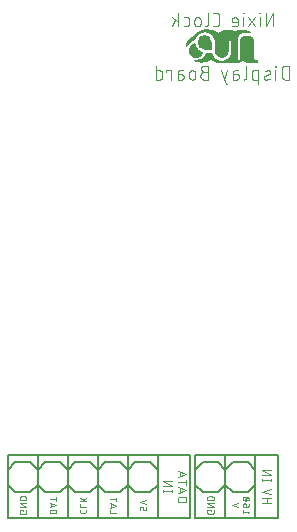
<source format=gbr>
G04 EAGLE Gerber RS-274X export*
G75*
%MOMM*%
%FSLAX34Y34*%
%LPD*%
%INSilkscreen Bottom*%
%IPPOS*%
%AMOC8*
5,1,8,0,0,1.08239X$1,22.5*%
G01*
%ADD10C,0.050800*%
%ADD11C,0.152400*%
%ADD12C,0.076200*%
%ADD13C,0.101600*%
%ADD14C,0.063500*%

G36*
X258630Y433391D02*
X258630Y433391D01*
X258652Y433388D01*
X260442Y433686D01*
X261932Y433835D01*
X261983Y433854D01*
X262036Y433864D01*
X262056Y433880D01*
X262080Y433889D01*
X262116Y433930D01*
X262157Y433965D01*
X262164Y433986D01*
X262183Y434008D01*
X262208Y434122D01*
X262217Y434150D01*
X262217Y435350D01*
X262199Y435418D01*
X262186Y435486D01*
X262180Y435494D01*
X262177Y435503D01*
X262129Y435554D01*
X262085Y435607D01*
X262076Y435610D01*
X262069Y435618D01*
X261919Y435666D01*
X261908Y435664D01*
X261900Y435667D01*
X261468Y435667D01*
X260787Y435744D01*
X260156Y435964D01*
X259591Y436319D01*
X259119Y436791D01*
X258764Y437356D01*
X258544Y437987D01*
X258467Y438668D01*
X258467Y452300D01*
X258462Y452320D01*
X258465Y452335D01*
X258371Y453170D01*
X258356Y453209D01*
X258355Y453239D01*
X258078Y454032D01*
X258054Y454067D01*
X258047Y454096D01*
X257600Y454807D01*
X257569Y454836D01*
X257556Y454862D01*
X256962Y455456D01*
X256929Y455475D01*
X256911Y455496D01*
X256909Y455497D01*
X256907Y455500D01*
X256196Y455947D01*
X256155Y455960D01*
X256132Y455978D01*
X255339Y456255D01*
X255297Y456259D01*
X255270Y456271D01*
X254435Y456365D01*
X254415Y456362D01*
X254400Y456367D01*
X251700Y456367D01*
X251680Y456362D01*
X251665Y456365D01*
X250797Y456267D01*
X250757Y456252D01*
X250728Y456251D01*
X249903Y455963D01*
X249868Y455939D01*
X249839Y455932D01*
X249100Y455467D01*
X249071Y455437D01*
X249044Y455423D01*
X248427Y454806D01*
X248411Y454778D01*
X248407Y454775D01*
X248405Y454769D01*
X248383Y454750D01*
X247918Y454011D01*
X247905Y453971D01*
X247887Y453947D01*
X247599Y453122D01*
X247595Y453080D01*
X247583Y453053D01*
X247485Y452185D01*
X247488Y452165D01*
X247483Y452150D01*
X247483Y438368D01*
X247407Y437687D01*
X247186Y437056D01*
X247174Y437037D01*
X247173Y437037D01*
X246831Y436491D01*
X246359Y436019D01*
X245794Y435664D01*
X245163Y435444D01*
X244817Y435404D01*
X244817Y453635D01*
X244925Y454729D01*
X245239Y455767D01*
X245751Y456723D01*
X246439Y457562D01*
X247277Y458249D01*
X248233Y458761D01*
X249271Y459075D01*
X250366Y459183D01*
X255750Y459183D01*
X255761Y459186D01*
X255773Y459184D01*
X255837Y459206D01*
X255903Y459223D01*
X255911Y459231D01*
X255922Y459234D01*
X255968Y459284D01*
X256018Y459331D01*
X256021Y459342D01*
X256029Y459351D01*
X256045Y459416D01*
X256066Y459481D01*
X256064Y459493D01*
X256067Y459504D01*
X256049Y459569D01*
X256036Y459636D01*
X256029Y459645D01*
X256025Y459656D01*
X255998Y459682D01*
X255935Y459757D01*
X255905Y459767D01*
X255883Y459788D01*
X253933Y460688D01*
X253903Y460693D01*
X253883Y460706D01*
X252233Y461156D01*
X252215Y461156D01*
X252202Y461162D01*
X250402Y461462D01*
X250372Y461460D01*
X250350Y461467D01*
X248250Y461467D01*
X248226Y461461D01*
X248208Y461464D01*
X245958Y461164D01*
X245926Y461151D01*
X245900Y461151D01*
X243300Y460284D01*
X242050Y460701D01*
X242040Y460701D01*
X242033Y460706D01*
X240383Y461156D01*
X240349Y461156D01*
X240326Y461166D01*
X238526Y461316D01*
X236879Y461465D01*
X236845Y461460D01*
X236821Y461465D01*
X235171Y461315D01*
X235156Y461310D01*
X235143Y461312D01*
X233493Y461012D01*
X233474Y461003D01*
X233457Y461003D01*
X231507Y460403D01*
X231488Y460391D01*
X231471Y460389D01*
X230121Y459789D01*
X230110Y459780D01*
X230098Y459778D01*
X228616Y458970D01*
X227876Y459464D01*
X227854Y459471D01*
X227842Y459483D01*
X226342Y460233D01*
X226329Y460236D01*
X226322Y460242D01*
X224522Y460992D01*
X224485Y460998D01*
X224462Y461011D01*
X222212Y461461D01*
X222190Y461459D01*
X222174Y461466D01*
X220224Y461616D01*
X220211Y461613D01*
X220200Y461617D01*
X217950Y461617D01*
X217905Y461605D01*
X217873Y461607D01*
X214873Y460857D01*
X214844Y460842D01*
X214820Y460839D01*
X211820Y459489D01*
X211785Y459461D01*
X211756Y459450D01*
X209056Y457350D01*
X209042Y457332D01*
X209026Y457324D01*
X207858Y456156D01*
X206248Y455278D01*
X206225Y455256D01*
X206202Y455247D01*
X204702Y454047D01*
X204683Y454022D01*
X204663Y454010D01*
X203463Y452660D01*
X203458Y452650D01*
X203450Y452644D01*
X202400Y451294D01*
X202378Y451245D01*
X202356Y451218D01*
X201756Y449718D01*
X201752Y449687D01*
X201740Y449666D01*
X201290Y447566D01*
X201291Y447543D01*
X201284Y447520D01*
X201294Y447465D01*
X201297Y447409D01*
X201309Y447388D01*
X201314Y447365D01*
X201349Y447322D01*
X201379Y447274D01*
X201399Y447262D01*
X201414Y447243D01*
X201467Y447223D01*
X201515Y447195D01*
X201539Y447194D01*
X201561Y447186D01*
X201617Y447193D01*
X201673Y447192D01*
X201694Y447203D01*
X201718Y447206D01*
X201749Y447232D01*
X201813Y447266D01*
X201834Y447303D01*
X201867Y447330D01*
X202157Y447785D01*
X202917Y448980D01*
X202918Y448981D01*
X202919Y448982D01*
X202962Y449052D01*
X203160Y449368D01*
X203160Y449369D01*
X203358Y449685D01*
X203556Y450002D01*
X203644Y450142D01*
X204803Y451157D01*
X206262Y452324D01*
X208771Y453357D01*
X208795Y453375D01*
X208805Y453378D01*
X208809Y453382D01*
X208831Y453390D01*
X208853Y453419D01*
X208897Y453452D01*
X208907Y453475D01*
X208920Y453486D01*
X208931Y453521D01*
X208949Y453545D01*
X209825Y456027D01*
X211696Y457898D01*
X213140Y458765D01*
X215759Y459783D01*
X218358Y459783D01*
X219942Y459351D01*
X221546Y458622D01*
X222840Y457759D01*
X223999Y456456D01*
X224570Y455598D01*
X225009Y454575D01*
X225010Y454573D01*
X225011Y454571D01*
X225595Y453256D01*
X225884Y451668D01*
X226033Y443294D01*
X226039Y443276D01*
X226036Y443261D01*
X226186Y442061D01*
X226211Y441998D01*
X226217Y441958D01*
X226817Y440758D01*
X226920Y440639D01*
X226923Y440638D01*
X226924Y440636D01*
X228258Y439747D01*
X229294Y438860D01*
X229382Y438816D01*
X229413Y438795D01*
X230463Y438495D01*
X230516Y438494D01*
X230550Y438483D01*
X232350Y438483D01*
X232427Y438503D01*
X232468Y438506D01*
X233968Y439106D01*
X233986Y439119D01*
X234005Y439124D01*
X234022Y439140D01*
X234040Y439147D01*
X235240Y440047D01*
X235274Y440089D01*
X235303Y440110D01*
X236203Y441310D01*
X236225Y441363D01*
X236248Y441392D01*
X236848Y443042D01*
X236854Y443107D01*
X236867Y443143D01*
X237017Y450343D01*
X237016Y450347D01*
X237017Y450350D01*
X237017Y451035D01*
X237410Y451952D01*
X238094Y452499D01*
X238606Y452883D01*
X239983Y452883D01*
X239983Y442266D01*
X239842Y440849D01*
X238678Y438812D01*
X238558Y438620D01*
X238360Y438304D01*
X238162Y437987D01*
X237964Y437670D01*
X237946Y437641D01*
X236661Y436214D01*
X234646Y435350D01*
X232477Y434772D01*
X230010Y435062D01*
X228420Y435496D01*
X227111Y436223D01*
X225948Y436949D01*
X224934Y437964D01*
X224211Y438831D01*
X223644Y439824D01*
X223359Y440820D01*
X223212Y441702D01*
X223194Y441743D01*
X223186Y441786D01*
X223163Y441814D01*
X223148Y441846D01*
X223113Y441873D01*
X223085Y441907D01*
X223056Y441917D01*
X223023Y441942D01*
X222938Y441954D01*
X222900Y441967D01*
X218850Y441967D01*
X218776Y441948D01*
X218702Y441930D01*
X218700Y441928D01*
X218697Y441927D01*
X218582Y441819D01*
X218577Y441802D01*
X218567Y441792D01*
X217970Y440597D01*
X217251Y439304D01*
X216252Y438447D01*
X215071Y437561D01*
X213901Y436830D01*
X212596Y436251D01*
X210861Y435817D01*
X208500Y435817D01*
X208465Y435808D01*
X208429Y435809D01*
X208390Y435788D01*
X208347Y435777D01*
X208321Y435753D01*
X208289Y435736D01*
X208264Y435699D01*
X208232Y435669D01*
X208221Y435635D01*
X208201Y435605D01*
X208197Y435561D01*
X208184Y435519D01*
X208191Y435483D01*
X208188Y435448D01*
X208206Y435407D01*
X208214Y435364D01*
X208237Y435336D01*
X208252Y435303D01*
X208281Y435284D01*
X208315Y435243D01*
X208368Y435226D01*
X208413Y435195D01*
X210513Y434595D01*
X210536Y434595D01*
X210552Y434587D01*
X212502Y434287D01*
X212517Y434288D01*
X212527Y434284D01*
X214627Y434134D01*
X214667Y434141D01*
X214695Y434136D01*
X216795Y434436D01*
X216818Y434446D01*
X216837Y434445D01*
X218937Y435045D01*
X218944Y435049D01*
X218950Y435050D01*
X221200Y435800D01*
X221228Y435817D01*
X221252Y435822D01*
X222713Y436619D01*
X223447Y436007D01*
X223470Y435996D01*
X223482Y435981D01*
X224682Y435231D01*
X224699Y435226D01*
X224708Y435217D01*
X225908Y434617D01*
X225927Y434613D01*
X225939Y434603D01*
X227139Y434153D01*
X227212Y434146D01*
X227250Y434133D01*
X245100Y434133D01*
X245118Y434138D01*
X245132Y434135D01*
X246632Y434285D01*
X246682Y434303D01*
X246718Y434306D01*
X248218Y434906D01*
X248238Y434921D01*
X248257Y434925D01*
X249184Y435455D01*
X250378Y435057D01*
X251858Y434317D01*
X251899Y434308D01*
X251923Y434293D01*
X253723Y433843D01*
X253752Y433843D01*
X253771Y433835D01*
X255404Y433686D01*
X256888Y433389D01*
X256925Y433391D01*
X256950Y433383D01*
X258600Y433383D01*
X258630Y433391D01*
G37*
G36*
X222518Y445101D02*
X222518Y445101D01*
X222586Y445114D01*
X222594Y445120D01*
X222603Y445123D01*
X222654Y445171D01*
X222707Y445215D01*
X222710Y445224D01*
X222718Y445231D01*
X222766Y445381D01*
X222764Y445392D01*
X222767Y445400D01*
X222767Y451400D01*
X222762Y451420D01*
X222765Y451435D01*
X222633Y452604D01*
X222618Y452643D01*
X222617Y452673D01*
X222229Y453783D01*
X222206Y453818D01*
X222198Y453846D01*
X221573Y454842D01*
X221542Y454871D01*
X221529Y454897D01*
X220697Y455729D01*
X220661Y455750D01*
X220642Y455773D01*
X219646Y456398D01*
X219606Y456411D01*
X219583Y456429D01*
X218473Y456817D01*
X218431Y456821D01*
X218404Y456833D01*
X217235Y456965D01*
X217194Y456959D01*
X217165Y456965D01*
X215996Y456833D01*
X215957Y456818D01*
X215927Y456817D01*
X214818Y456429D01*
X214782Y456406D01*
X214754Y456398D01*
X213758Y455773D01*
X213729Y455742D01*
X213703Y455729D01*
X212871Y454897D01*
X212850Y454861D01*
X212827Y454842D01*
X212773Y454755D01*
X212772Y454755D01*
X212574Y454438D01*
X212573Y454438D01*
X212375Y454121D01*
X212374Y454121D01*
X212202Y453846D01*
X212189Y453806D01*
X212187Y453805D01*
X212187Y453804D01*
X212171Y453783D01*
X211783Y452673D01*
X211779Y452631D01*
X211767Y452604D01*
X211635Y451435D01*
X211638Y451415D01*
X211633Y451400D01*
X211633Y450500D01*
X211638Y450480D01*
X211635Y450465D01*
X211763Y449330D01*
X211778Y449290D01*
X211779Y449261D01*
X212156Y448183D01*
X212180Y448147D01*
X212187Y448119D01*
X212794Y447152D01*
X212825Y447123D01*
X212839Y447096D01*
X213646Y446289D01*
X213683Y446267D01*
X213702Y446244D01*
X214669Y445637D01*
X214709Y445624D01*
X214733Y445606D01*
X215811Y445229D01*
X215853Y445225D01*
X215880Y445213D01*
X217015Y445085D01*
X217035Y445088D01*
X217050Y445083D01*
X222450Y445083D01*
X222518Y445101D01*
G37*
G36*
X210197Y438347D02*
X210197Y438347D01*
X210237Y438345D01*
X212337Y438945D01*
X212473Y439025D01*
X212474Y439026D01*
X214124Y440676D01*
X214139Y440701D01*
X214156Y440714D01*
X215356Y442364D01*
X215383Y442432D01*
X215413Y442500D01*
X215412Y442506D01*
X215414Y442511D01*
X215405Y442584D01*
X215398Y442658D01*
X215395Y442662D01*
X215394Y442667D01*
X215350Y442727D01*
X215309Y442788D01*
X215305Y442790D01*
X215301Y442795D01*
X215158Y442861D01*
X215142Y442860D01*
X215131Y442865D01*
X213933Y442983D01*
X212811Y443324D01*
X211777Y443876D01*
X210870Y444620D01*
X210126Y445527D01*
X209574Y446561D01*
X209233Y447683D01*
X209117Y448866D01*
X209117Y449600D01*
X209109Y449629D01*
X209111Y449659D01*
X209090Y449704D01*
X209077Y449753D01*
X209057Y449775D01*
X209044Y449802D01*
X209004Y449831D01*
X208969Y449868D01*
X208941Y449877D01*
X208917Y449895D01*
X208878Y449897D01*
X208819Y449916D01*
X208760Y449905D01*
X208723Y449907D01*
X207523Y449607D01*
X207473Y449580D01*
X207437Y449572D01*
X205937Y448672D01*
X205886Y448620D01*
X205853Y448598D01*
X204653Y447098D01*
X204638Y447066D01*
X204626Y447055D01*
X204620Y447035D01*
X204606Y447018D01*
X204006Y445518D01*
X203998Y445459D01*
X203984Y445424D01*
X203834Y443474D01*
X203848Y443398D01*
X203847Y443357D01*
X204447Y441407D01*
X204459Y441387D01*
X204464Y441364D01*
X204499Y441322D01*
X204515Y441288D01*
X205865Y439788D01*
X205904Y439762D01*
X205924Y439736D01*
X207724Y438536D01*
X207873Y438484D01*
X207877Y438485D01*
X207879Y438484D01*
X210129Y438334D01*
X210197Y438347D01*
G37*
D10*
X253774Y51794D02*
X255016Y53346D01*
X249428Y53346D01*
X249428Y51794D02*
X249428Y54899D01*
X252532Y57281D02*
X252532Y59143D01*
X252533Y59143D02*
X252531Y59213D01*
X252525Y59282D01*
X252515Y59351D01*
X252502Y59419D01*
X252484Y59487D01*
X252463Y59553D01*
X252438Y59618D01*
X252410Y59682D01*
X252378Y59744D01*
X252343Y59804D01*
X252304Y59862D01*
X252262Y59917D01*
X252217Y59971D01*
X252169Y60021D01*
X252119Y60069D01*
X252065Y60114D01*
X252010Y60156D01*
X251952Y60195D01*
X251892Y60230D01*
X251830Y60262D01*
X251766Y60290D01*
X251701Y60315D01*
X251635Y60336D01*
X251567Y60354D01*
X251499Y60367D01*
X251430Y60377D01*
X251361Y60383D01*
X251291Y60385D01*
X250980Y60385D01*
X250903Y60383D01*
X250825Y60377D01*
X250749Y60368D01*
X250672Y60354D01*
X250597Y60337D01*
X250523Y60316D01*
X250449Y60291D01*
X250377Y60263D01*
X250307Y60231D01*
X250238Y60196D01*
X250171Y60157D01*
X250106Y60115D01*
X250043Y60070D01*
X249982Y60022D01*
X249924Y59971D01*
X249869Y59917D01*
X249816Y59860D01*
X249767Y59801D01*
X249720Y59739D01*
X249676Y59675D01*
X249636Y59609D01*
X249599Y59541D01*
X249565Y59471D01*
X249535Y59400D01*
X249509Y59327D01*
X249486Y59253D01*
X249467Y59178D01*
X249452Y59103D01*
X249440Y59026D01*
X249432Y58949D01*
X249428Y58872D01*
X249428Y58794D01*
X249432Y58717D01*
X249440Y58640D01*
X249452Y58563D01*
X249467Y58488D01*
X249486Y58413D01*
X249509Y58339D01*
X249535Y58266D01*
X249565Y58195D01*
X249599Y58125D01*
X249636Y58057D01*
X249676Y57991D01*
X249720Y57927D01*
X249767Y57865D01*
X249816Y57806D01*
X249869Y57749D01*
X249924Y57695D01*
X249982Y57644D01*
X250043Y57596D01*
X250106Y57551D01*
X250171Y57509D01*
X250238Y57470D01*
X250307Y57435D01*
X250377Y57403D01*
X250449Y57375D01*
X250523Y57350D01*
X250597Y57329D01*
X250672Y57312D01*
X250749Y57298D01*
X250825Y57289D01*
X250903Y57283D01*
X250980Y57281D01*
X252532Y57281D01*
X252532Y57280D02*
X252630Y57282D01*
X252727Y57288D01*
X252824Y57297D01*
X252921Y57311D01*
X253017Y57328D01*
X253112Y57349D01*
X253206Y57373D01*
X253300Y57402D01*
X253392Y57434D01*
X253483Y57469D01*
X253572Y57508D01*
X253660Y57551D01*
X253746Y57597D01*
X253830Y57646D01*
X253912Y57699D01*
X253992Y57754D01*
X254070Y57813D01*
X254145Y57875D01*
X254218Y57940D01*
X254288Y58008D01*
X254356Y58078D01*
X254421Y58151D01*
X254483Y58226D01*
X254542Y58304D01*
X254597Y58384D01*
X254650Y58466D01*
X254699Y58550D01*
X254745Y58636D01*
X254788Y58724D01*
X254827Y58813D01*
X254862Y58904D01*
X254894Y58996D01*
X254923Y59090D01*
X254947Y59184D01*
X254968Y59279D01*
X254985Y59375D01*
X254999Y59472D01*
X255008Y59569D01*
X255014Y59666D01*
X255016Y59764D01*
X254240Y63233D02*
X254122Y63177D01*
X254002Y63125D01*
X253881Y63076D01*
X253759Y63031D01*
X253635Y62989D01*
X253510Y62951D01*
X253384Y62916D01*
X253257Y62885D01*
X253130Y62857D01*
X253002Y62833D01*
X252873Y62813D01*
X252743Y62797D01*
X252613Y62784D01*
X252483Y62774D01*
X252353Y62769D01*
X252222Y62767D01*
X254240Y63232D02*
X254300Y63255D01*
X254360Y63281D01*
X254417Y63310D01*
X254473Y63343D01*
X254527Y63379D01*
X254579Y63417D01*
X254629Y63459D01*
X254676Y63503D01*
X254721Y63550D01*
X254763Y63600D01*
X254802Y63651D01*
X254838Y63705D01*
X254871Y63761D01*
X254901Y63818D01*
X254928Y63877D01*
X254951Y63938D01*
X254971Y63999D01*
X254987Y64062D01*
X255000Y64126D01*
X255009Y64190D01*
X255014Y64254D01*
X255016Y64319D01*
X255014Y64384D01*
X255009Y64448D01*
X255000Y64512D01*
X254987Y64576D01*
X254971Y64639D01*
X254951Y64700D01*
X254928Y64761D01*
X254901Y64820D01*
X254871Y64877D01*
X254838Y64933D01*
X254802Y64987D01*
X254763Y65038D01*
X254721Y65088D01*
X254676Y65135D01*
X254629Y65179D01*
X254579Y65221D01*
X254527Y65259D01*
X254473Y65295D01*
X254417Y65328D01*
X254360Y65357D01*
X254300Y65383D01*
X254240Y65406D01*
X254122Y65462D01*
X254002Y65514D01*
X253881Y65563D01*
X253759Y65608D01*
X253635Y65650D01*
X253510Y65688D01*
X253384Y65723D01*
X253258Y65754D01*
X253130Y65782D01*
X253002Y65806D01*
X252873Y65826D01*
X252743Y65842D01*
X252613Y65855D01*
X252483Y65865D01*
X252353Y65870D01*
X252222Y65872D01*
X252222Y62767D02*
X252091Y62769D01*
X251961Y62774D01*
X251831Y62784D01*
X251701Y62797D01*
X251571Y62813D01*
X251442Y62833D01*
X251314Y62857D01*
X251187Y62885D01*
X251060Y62916D01*
X250934Y62951D01*
X250809Y62989D01*
X250685Y63031D01*
X250563Y63076D01*
X250442Y63125D01*
X250322Y63177D01*
X250204Y63233D01*
X250204Y63232D02*
X250144Y63255D01*
X250084Y63281D01*
X250027Y63310D01*
X249971Y63343D01*
X249917Y63379D01*
X249865Y63417D01*
X249815Y63459D01*
X249768Y63503D01*
X249723Y63550D01*
X249681Y63600D01*
X249642Y63651D01*
X249606Y63705D01*
X249573Y63761D01*
X249543Y63818D01*
X249516Y63877D01*
X249493Y63938D01*
X249473Y63999D01*
X249457Y64062D01*
X249444Y64126D01*
X249435Y64190D01*
X249430Y64254D01*
X249428Y64319D01*
X250204Y65405D02*
X250322Y65461D01*
X250442Y65513D01*
X250563Y65562D01*
X250685Y65607D01*
X250809Y65649D01*
X250934Y65687D01*
X251060Y65722D01*
X251186Y65753D01*
X251314Y65781D01*
X251442Y65805D01*
X251571Y65825D01*
X251701Y65841D01*
X251831Y65854D01*
X251961Y65864D01*
X252091Y65869D01*
X252222Y65871D01*
X250204Y65406D02*
X250144Y65383D01*
X250084Y65357D01*
X250027Y65328D01*
X249971Y65295D01*
X249917Y65259D01*
X249865Y65221D01*
X249815Y65179D01*
X249768Y65135D01*
X249723Y65088D01*
X249681Y65038D01*
X249642Y64987D01*
X249606Y64933D01*
X249573Y64877D01*
X249543Y64820D01*
X249516Y64761D01*
X249493Y64700D01*
X249473Y64639D01*
X249457Y64576D01*
X249444Y64512D01*
X249435Y64448D01*
X249430Y64384D01*
X249428Y64319D01*
X250670Y63077D02*
X253774Y65561D01*
X245872Y56970D02*
X240284Y58833D01*
X245872Y60695D01*
X222560Y54533D02*
X222560Y53602D01*
X222560Y54533D02*
X219456Y54533D01*
X219456Y52670D01*
X219458Y52600D01*
X219464Y52531D01*
X219474Y52462D01*
X219487Y52394D01*
X219505Y52326D01*
X219526Y52260D01*
X219551Y52195D01*
X219579Y52131D01*
X219611Y52069D01*
X219646Y52009D01*
X219685Y51951D01*
X219727Y51896D01*
X219772Y51842D01*
X219820Y51792D01*
X219870Y51744D01*
X219924Y51699D01*
X219979Y51657D01*
X220037Y51618D01*
X220097Y51583D01*
X220159Y51551D01*
X220223Y51523D01*
X220288Y51498D01*
X220354Y51477D01*
X220422Y51459D01*
X220490Y51446D01*
X220559Y51436D01*
X220628Y51430D01*
X220698Y51428D01*
X223802Y51428D01*
X223872Y51430D01*
X223941Y51436D01*
X224010Y51446D01*
X224078Y51459D01*
X224146Y51477D01*
X224212Y51498D01*
X224277Y51523D01*
X224341Y51551D01*
X224403Y51583D01*
X224463Y51618D01*
X224521Y51657D01*
X224576Y51699D01*
X224630Y51744D01*
X224680Y51792D01*
X224728Y51842D01*
X224773Y51896D01*
X224815Y51951D01*
X224854Y52009D01*
X224889Y52069D01*
X224921Y52131D01*
X224949Y52195D01*
X224974Y52260D01*
X224995Y52326D01*
X225013Y52394D01*
X225026Y52462D01*
X225036Y52531D01*
X225042Y52600D01*
X225044Y52670D01*
X225044Y54533D01*
X225044Y57281D02*
X219456Y57281D01*
X219456Y60385D02*
X225044Y57281D01*
X225044Y60385D02*
X219456Y60385D01*
X219456Y63133D02*
X225044Y63133D01*
X225044Y64685D01*
X225042Y64761D01*
X225037Y64837D01*
X225027Y64913D01*
X225014Y64988D01*
X224997Y65062D01*
X224977Y65136D01*
X224953Y65208D01*
X224926Y65279D01*
X224895Y65349D01*
X224861Y65417D01*
X224823Y65483D01*
X224782Y65547D01*
X224739Y65610D01*
X224692Y65670D01*
X224642Y65727D01*
X224589Y65782D01*
X224534Y65835D01*
X224477Y65885D01*
X224417Y65932D01*
X224354Y65975D01*
X224290Y66016D01*
X224224Y66054D01*
X224156Y66088D01*
X224086Y66119D01*
X224015Y66146D01*
X223942Y66170D01*
X223869Y66190D01*
X223795Y66207D01*
X223720Y66220D01*
X223644Y66230D01*
X223568Y66235D01*
X223492Y66237D01*
X221008Y66237D01*
X220929Y66235D01*
X220851Y66229D01*
X220773Y66219D01*
X220696Y66205D01*
X220619Y66187D01*
X220543Y66166D01*
X220469Y66140D01*
X220396Y66111D01*
X220325Y66078D01*
X220255Y66042D01*
X220187Y66002D01*
X220121Y65959D01*
X220058Y65912D01*
X219997Y65863D01*
X219939Y65810D01*
X219883Y65754D01*
X219830Y65696D01*
X219781Y65635D01*
X219734Y65572D01*
X219691Y65506D01*
X219651Y65438D01*
X219615Y65369D01*
X219582Y65297D01*
X219553Y65224D01*
X219527Y65150D01*
X219506Y65074D01*
X219488Y64997D01*
X219474Y64920D01*
X219464Y64842D01*
X219458Y64764D01*
X219456Y64685D01*
X219456Y63133D01*
D11*
X234950Y47625D02*
X234950Y101600D01*
X234950Y47625D02*
X260350Y47625D01*
X260350Y101600D01*
X209550Y101600D01*
X209550Y47625D01*
X234950Y47625D01*
D12*
X266192Y60767D02*
X273558Y60767D01*
X270284Y60767D02*
X270284Y64859D01*
X273558Y64859D02*
X266192Y64859D01*
X266192Y70372D02*
X273558Y67917D01*
X273558Y72827D02*
X266192Y70372D01*
X266192Y80126D02*
X273558Y80126D01*
X266192Y79307D02*
X266192Y80944D01*
X273558Y80944D02*
X273558Y79307D01*
X273558Y84175D02*
X266192Y84175D01*
X266192Y88268D02*
X273558Y84175D01*
X273558Y88268D02*
X266192Y88268D01*
D11*
X177800Y101600D02*
X152400Y101600D01*
X127000Y101600D01*
X101600Y101600D01*
X76200Y101600D01*
X50800Y101600D01*
X50800Y47625D01*
X76200Y47625D01*
X101600Y47625D01*
X127000Y47625D01*
X152400Y47625D01*
X177800Y47625D01*
X177800Y101600D01*
D10*
X63810Y54533D02*
X63810Y53602D01*
X63810Y54533D02*
X60706Y54533D01*
X60706Y52670D01*
X60708Y52600D01*
X60714Y52531D01*
X60724Y52462D01*
X60737Y52394D01*
X60755Y52326D01*
X60776Y52260D01*
X60801Y52195D01*
X60829Y52131D01*
X60861Y52069D01*
X60896Y52009D01*
X60935Y51951D01*
X60977Y51896D01*
X61022Y51842D01*
X61070Y51792D01*
X61120Y51744D01*
X61174Y51699D01*
X61229Y51657D01*
X61287Y51618D01*
X61347Y51583D01*
X61409Y51551D01*
X61473Y51523D01*
X61538Y51498D01*
X61604Y51477D01*
X61672Y51459D01*
X61740Y51446D01*
X61809Y51436D01*
X61878Y51430D01*
X61948Y51428D01*
X65052Y51428D01*
X65122Y51430D01*
X65191Y51436D01*
X65260Y51446D01*
X65328Y51459D01*
X65396Y51477D01*
X65462Y51498D01*
X65527Y51523D01*
X65591Y51551D01*
X65653Y51583D01*
X65713Y51618D01*
X65771Y51657D01*
X65826Y51699D01*
X65880Y51744D01*
X65930Y51792D01*
X65978Y51842D01*
X66023Y51896D01*
X66065Y51951D01*
X66104Y52009D01*
X66139Y52069D01*
X66171Y52131D01*
X66199Y52195D01*
X66224Y52260D01*
X66245Y52326D01*
X66263Y52394D01*
X66276Y52462D01*
X66286Y52531D01*
X66292Y52600D01*
X66294Y52670D01*
X66294Y54533D01*
X66294Y57281D02*
X60706Y57281D01*
X60706Y60385D02*
X66294Y57281D01*
X66294Y60385D02*
X60706Y60385D01*
X60706Y63133D02*
X66294Y63133D01*
X66294Y64685D01*
X66292Y64761D01*
X66287Y64837D01*
X66277Y64913D01*
X66264Y64988D01*
X66247Y65062D01*
X66227Y65136D01*
X66203Y65208D01*
X66176Y65279D01*
X66145Y65349D01*
X66111Y65417D01*
X66073Y65483D01*
X66032Y65547D01*
X65989Y65610D01*
X65942Y65670D01*
X65892Y65727D01*
X65839Y65782D01*
X65784Y65835D01*
X65727Y65885D01*
X65667Y65932D01*
X65604Y65975D01*
X65540Y66016D01*
X65474Y66054D01*
X65406Y66088D01*
X65336Y66119D01*
X65265Y66146D01*
X65192Y66170D01*
X65119Y66190D01*
X65045Y66207D01*
X64970Y66220D01*
X64894Y66230D01*
X64818Y66235D01*
X64742Y66237D01*
X62258Y66237D01*
X62179Y66235D01*
X62101Y66229D01*
X62023Y66219D01*
X61946Y66205D01*
X61869Y66187D01*
X61793Y66166D01*
X61719Y66140D01*
X61646Y66111D01*
X61575Y66078D01*
X61505Y66042D01*
X61437Y66002D01*
X61371Y65959D01*
X61308Y65912D01*
X61247Y65863D01*
X61189Y65810D01*
X61133Y65754D01*
X61080Y65696D01*
X61031Y65635D01*
X60984Y65572D01*
X60941Y65506D01*
X60901Y65438D01*
X60865Y65369D01*
X60832Y65297D01*
X60803Y65224D01*
X60777Y65150D01*
X60756Y65074D01*
X60738Y64997D01*
X60724Y64920D01*
X60714Y64842D01*
X60708Y64764D01*
X60706Y64685D01*
X60706Y63133D01*
X86106Y51886D02*
X91694Y51886D01*
X91694Y53438D01*
X91692Y53514D01*
X91687Y53590D01*
X91677Y53666D01*
X91664Y53741D01*
X91647Y53815D01*
X91627Y53889D01*
X91603Y53961D01*
X91576Y54032D01*
X91545Y54102D01*
X91511Y54170D01*
X91473Y54236D01*
X91432Y54300D01*
X91389Y54363D01*
X91342Y54423D01*
X91292Y54480D01*
X91239Y54535D01*
X91184Y54588D01*
X91127Y54638D01*
X91067Y54685D01*
X91004Y54728D01*
X90940Y54769D01*
X90874Y54807D01*
X90806Y54841D01*
X90736Y54872D01*
X90665Y54899D01*
X90592Y54923D01*
X90519Y54943D01*
X90445Y54960D01*
X90370Y54973D01*
X90294Y54983D01*
X90218Y54988D01*
X90142Y54990D01*
X87658Y54990D01*
X87579Y54988D01*
X87501Y54982D01*
X87423Y54972D01*
X87346Y54958D01*
X87269Y54940D01*
X87193Y54919D01*
X87119Y54893D01*
X87046Y54864D01*
X86975Y54831D01*
X86905Y54795D01*
X86837Y54755D01*
X86771Y54712D01*
X86708Y54665D01*
X86647Y54616D01*
X86589Y54563D01*
X86533Y54507D01*
X86480Y54449D01*
X86431Y54388D01*
X86384Y54325D01*
X86341Y54259D01*
X86301Y54191D01*
X86265Y54122D01*
X86232Y54050D01*
X86203Y53977D01*
X86177Y53903D01*
X86156Y53827D01*
X86138Y53750D01*
X86124Y53673D01*
X86114Y53595D01*
X86108Y53517D01*
X86106Y53438D01*
X86106Y51886D01*
X86106Y57244D02*
X91694Y59107D01*
X86106Y60970D01*
X87503Y60504D02*
X87503Y57710D01*
X86106Y64228D02*
X91694Y64228D01*
X91694Y65780D02*
X91694Y62675D01*
X111506Y54960D02*
X111506Y53718D01*
X111508Y53648D01*
X111514Y53579D01*
X111524Y53510D01*
X111537Y53442D01*
X111555Y53374D01*
X111576Y53308D01*
X111601Y53243D01*
X111629Y53179D01*
X111661Y53117D01*
X111696Y53057D01*
X111735Y52999D01*
X111777Y52944D01*
X111822Y52890D01*
X111870Y52840D01*
X111920Y52792D01*
X111974Y52747D01*
X112029Y52705D01*
X112087Y52666D01*
X112147Y52631D01*
X112209Y52599D01*
X112273Y52571D01*
X112338Y52546D01*
X112404Y52525D01*
X112472Y52507D01*
X112540Y52494D01*
X112609Y52484D01*
X112678Y52478D01*
X112748Y52476D01*
X115852Y52476D01*
X115922Y52478D01*
X115991Y52484D01*
X116060Y52494D01*
X116128Y52507D01*
X116196Y52525D01*
X116262Y52546D01*
X116327Y52571D01*
X116391Y52599D01*
X116453Y52631D01*
X116513Y52666D01*
X116571Y52705D01*
X116626Y52747D01*
X116680Y52792D01*
X116730Y52840D01*
X116778Y52890D01*
X116823Y52944D01*
X116865Y52999D01*
X116904Y53057D01*
X116939Y53117D01*
X116971Y53179D01*
X116999Y53243D01*
X117024Y53308D01*
X117045Y53374D01*
X117063Y53442D01*
X117076Y53510D01*
X117086Y53579D01*
X117092Y53648D01*
X117094Y53718D01*
X117094Y54960D01*
X117094Y57258D02*
X111506Y57258D01*
X111506Y59742D01*
X111506Y62085D02*
X117094Y62085D01*
X117094Y65189D02*
X113679Y62085D01*
X114921Y63327D02*
X111506Y65189D01*
X136906Y52440D02*
X142494Y52440D01*
X136906Y52440D02*
X136906Y54923D01*
X136906Y56690D02*
X142494Y58553D01*
X136906Y60416D01*
X138303Y59950D02*
X138303Y57156D01*
X136906Y63674D02*
X142494Y63674D01*
X142494Y65226D02*
X142494Y62121D01*
X162306Y56245D02*
X162306Y54382D01*
X162306Y56245D02*
X162308Y56315D01*
X162314Y56384D01*
X162324Y56453D01*
X162337Y56521D01*
X162355Y56589D01*
X162376Y56655D01*
X162401Y56720D01*
X162429Y56784D01*
X162461Y56846D01*
X162496Y56906D01*
X162535Y56964D01*
X162577Y57019D01*
X162622Y57073D01*
X162670Y57123D01*
X162720Y57171D01*
X162774Y57216D01*
X162829Y57258D01*
X162887Y57297D01*
X162947Y57332D01*
X163009Y57364D01*
X163073Y57392D01*
X163138Y57417D01*
X163204Y57438D01*
X163272Y57456D01*
X163340Y57469D01*
X163409Y57479D01*
X163478Y57485D01*
X163548Y57487D01*
X164169Y57487D01*
X164239Y57485D01*
X164308Y57479D01*
X164377Y57469D01*
X164445Y57456D01*
X164513Y57438D01*
X164579Y57417D01*
X164644Y57392D01*
X164708Y57364D01*
X164770Y57332D01*
X164830Y57297D01*
X164888Y57258D01*
X164943Y57216D01*
X164997Y57171D01*
X165047Y57123D01*
X165095Y57073D01*
X165140Y57019D01*
X165182Y56964D01*
X165221Y56906D01*
X165256Y56846D01*
X165288Y56784D01*
X165316Y56720D01*
X165341Y56655D01*
X165362Y56589D01*
X165380Y56521D01*
X165393Y56453D01*
X165403Y56384D01*
X165409Y56315D01*
X165411Y56245D01*
X165410Y56245D02*
X165410Y54382D01*
X167894Y54382D01*
X167894Y57487D01*
X167894Y59558D02*
X162306Y61421D01*
X167894Y63283D01*
D11*
X76200Y47625D02*
X76200Y101600D01*
X101600Y101600D02*
X101600Y47625D01*
X127000Y47625D02*
X127000Y101600D01*
X152400Y101600D02*
X152400Y47625D01*
D12*
X194501Y61755D02*
X201867Y61755D01*
X201867Y63801D01*
X201866Y63801D02*
X201864Y63890D01*
X201858Y63979D01*
X201848Y64068D01*
X201835Y64156D01*
X201818Y64244D01*
X201796Y64331D01*
X201771Y64416D01*
X201743Y64501D01*
X201710Y64584D01*
X201674Y64666D01*
X201635Y64746D01*
X201592Y64824D01*
X201546Y64900D01*
X201496Y64975D01*
X201443Y65047D01*
X201387Y65116D01*
X201328Y65183D01*
X201267Y65248D01*
X201202Y65309D01*
X201135Y65368D01*
X201066Y65424D01*
X200994Y65477D01*
X200919Y65527D01*
X200843Y65573D01*
X200765Y65616D01*
X200685Y65655D01*
X200603Y65691D01*
X200520Y65724D01*
X200435Y65752D01*
X200350Y65777D01*
X200263Y65799D01*
X200175Y65816D01*
X200087Y65829D01*
X199998Y65839D01*
X199909Y65845D01*
X199820Y65847D01*
X196547Y65847D01*
X196458Y65845D01*
X196369Y65839D01*
X196280Y65829D01*
X196192Y65816D01*
X196104Y65799D01*
X196017Y65777D01*
X195932Y65752D01*
X195847Y65724D01*
X195764Y65691D01*
X195682Y65655D01*
X195602Y65616D01*
X195524Y65573D01*
X195448Y65527D01*
X195373Y65477D01*
X195301Y65424D01*
X195232Y65368D01*
X195165Y65309D01*
X195100Y65248D01*
X195039Y65183D01*
X194980Y65116D01*
X194924Y65047D01*
X194871Y64975D01*
X194821Y64900D01*
X194775Y64824D01*
X194732Y64746D01*
X194693Y64666D01*
X194657Y64584D01*
X194624Y64501D01*
X194596Y64416D01*
X194571Y64331D01*
X194549Y64244D01*
X194532Y64156D01*
X194519Y64068D01*
X194509Y63979D01*
X194503Y63890D01*
X194501Y63801D01*
X194501Y61755D01*
X194501Y68905D02*
X201867Y71360D01*
X194501Y73815D01*
X196342Y73201D02*
X196342Y69518D01*
X194501Y78187D02*
X201867Y78187D01*
X201867Y76141D02*
X201867Y80234D01*
X201867Y85015D02*
X194501Y82560D01*
X194501Y87470D02*
X201867Y85015D01*
X196342Y86856D02*
X196342Y83173D01*
X189675Y70951D02*
X182309Y70951D01*
X182309Y71769D02*
X182309Y70132D01*
X189675Y70132D02*
X189675Y71769D01*
X189675Y75001D02*
X182309Y75001D01*
X182309Y79093D02*
X189675Y75001D01*
X189675Y79093D02*
X182309Y79093D01*
D11*
X177800Y101600D02*
X204788Y101600D01*
X204788Y47625D01*
X177800Y47625D01*
X260350Y101600D02*
X279400Y101600D01*
X279400Y47625D01*
X260350Y47625D01*
D13*
X275494Y464158D02*
X275494Y475842D01*
X269003Y464158D01*
X269003Y475842D01*
X263866Y471947D02*
X263866Y464158D01*
X264191Y475193D02*
X264191Y475842D01*
X263542Y475842D01*
X263542Y475193D01*
X264191Y475193D01*
X254412Y471947D02*
X259605Y464158D01*
X254412Y464158D02*
X259605Y471947D01*
X250150Y471947D02*
X250150Y464158D01*
X250475Y475193D02*
X250475Y475842D01*
X249826Y475842D01*
X249826Y475193D01*
X250475Y475193D01*
X243560Y464158D02*
X240315Y464158D01*
X243560Y464158D02*
X243647Y464160D01*
X243735Y464166D01*
X243821Y464176D01*
X243908Y464189D01*
X243993Y464207D01*
X244078Y464228D01*
X244162Y464253D01*
X244244Y464282D01*
X244325Y464315D01*
X244405Y464351D01*
X244483Y464390D01*
X244559Y464434D01*
X244633Y464480D01*
X244704Y464530D01*
X244774Y464583D01*
X244841Y464639D01*
X244905Y464698D01*
X244967Y464760D01*
X245026Y464824D01*
X245082Y464891D01*
X245135Y464961D01*
X245185Y465032D01*
X245231Y465106D01*
X245275Y465182D01*
X245314Y465260D01*
X245350Y465340D01*
X245383Y465421D01*
X245412Y465503D01*
X245437Y465587D01*
X245458Y465672D01*
X245476Y465757D01*
X245489Y465844D01*
X245499Y465930D01*
X245505Y466018D01*
X245507Y466105D01*
X245508Y466105D02*
X245508Y469351D01*
X245507Y469351D02*
X245505Y469452D01*
X245499Y469552D01*
X245489Y469652D01*
X245476Y469752D01*
X245458Y469851D01*
X245437Y469950D01*
X245412Y470047D01*
X245383Y470144D01*
X245350Y470239D01*
X245314Y470333D01*
X245274Y470425D01*
X245231Y470516D01*
X245184Y470605D01*
X245134Y470692D01*
X245080Y470778D01*
X245023Y470861D01*
X244963Y470941D01*
X244900Y471020D01*
X244833Y471096D01*
X244764Y471169D01*
X244692Y471239D01*
X244618Y471307D01*
X244541Y471372D01*
X244461Y471433D01*
X244379Y471492D01*
X244295Y471547D01*
X244209Y471599D01*
X244121Y471648D01*
X244031Y471693D01*
X243939Y471735D01*
X243846Y471773D01*
X243751Y471807D01*
X243656Y471838D01*
X243559Y471865D01*
X243461Y471888D01*
X243362Y471908D01*
X243262Y471923D01*
X243162Y471935D01*
X243062Y471943D01*
X242961Y471947D01*
X242861Y471947D01*
X242760Y471943D01*
X242660Y471935D01*
X242560Y471923D01*
X242460Y471908D01*
X242361Y471888D01*
X242263Y471865D01*
X242166Y471838D01*
X242071Y471807D01*
X241976Y471773D01*
X241883Y471735D01*
X241791Y471693D01*
X241701Y471648D01*
X241613Y471599D01*
X241527Y471547D01*
X241443Y471492D01*
X241361Y471433D01*
X241281Y471372D01*
X241204Y471307D01*
X241130Y471239D01*
X241058Y471169D01*
X240989Y471096D01*
X240922Y471020D01*
X240859Y470941D01*
X240799Y470861D01*
X240742Y470778D01*
X240688Y470692D01*
X240638Y470605D01*
X240591Y470516D01*
X240548Y470425D01*
X240508Y470333D01*
X240472Y470239D01*
X240439Y470144D01*
X240410Y470047D01*
X240385Y469950D01*
X240364Y469851D01*
X240346Y469752D01*
X240333Y469652D01*
X240323Y469552D01*
X240317Y469452D01*
X240315Y469351D01*
X240315Y468053D01*
X245508Y468053D01*
X226830Y464158D02*
X224233Y464158D01*
X226830Y464158D02*
X226929Y464160D01*
X227029Y464166D01*
X227128Y464175D01*
X227226Y464188D01*
X227324Y464205D01*
X227422Y464226D01*
X227518Y464251D01*
X227613Y464279D01*
X227707Y464311D01*
X227800Y464346D01*
X227892Y464385D01*
X227982Y464428D01*
X228070Y464473D01*
X228157Y464523D01*
X228241Y464575D01*
X228324Y464631D01*
X228404Y464689D01*
X228482Y464751D01*
X228557Y464816D01*
X228630Y464884D01*
X228700Y464954D01*
X228768Y465027D01*
X228833Y465102D01*
X228895Y465180D01*
X228953Y465260D01*
X229009Y465343D01*
X229061Y465427D01*
X229111Y465514D01*
X229156Y465602D01*
X229199Y465692D01*
X229238Y465784D01*
X229273Y465877D01*
X229305Y465971D01*
X229333Y466066D01*
X229358Y466162D01*
X229379Y466260D01*
X229396Y466358D01*
X229409Y466456D01*
X229418Y466555D01*
X229424Y466655D01*
X229426Y466754D01*
X229426Y473246D01*
X229424Y473345D01*
X229418Y473445D01*
X229409Y473544D01*
X229396Y473642D01*
X229379Y473740D01*
X229358Y473838D01*
X229333Y473934D01*
X229305Y474029D01*
X229273Y474123D01*
X229238Y474216D01*
X229199Y474308D01*
X229156Y474398D01*
X229111Y474486D01*
X229061Y474573D01*
X229009Y474657D01*
X228953Y474740D01*
X228895Y474820D01*
X228833Y474898D01*
X228768Y474973D01*
X228700Y475046D01*
X228630Y475116D01*
X228557Y475184D01*
X228482Y475249D01*
X228404Y475311D01*
X228324Y475369D01*
X228241Y475425D01*
X228157Y475477D01*
X228070Y475527D01*
X227982Y475572D01*
X227892Y475615D01*
X227800Y475654D01*
X227707Y475689D01*
X227613Y475721D01*
X227518Y475749D01*
X227422Y475774D01*
X227324Y475795D01*
X227226Y475812D01*
X227128Y475825D01*
X227029Y475834D01*
X226929Y475840D01*
X226830Y475842D01*
X224233Y475842D01*
X219831Y475842D02*
X219831Y466105D01*
X219829Y466018D01*
X219823Y465930D01*
X219813Y465844D01*
X219800Y465757D01*
X219782Y465672D01*
X219761Y465587D01*
X219736Y465503D01*
X219707Y465421D01*
X219674Y465340D01*
X219638Y465260D01*
X219599Y465182D01*
X219555Y465106D01*
X219509Y465032D01*
X219459Y464961D01*
X219406Y464891D01*
X219350Y464824D01*
X219291Y464760D01*
X219229Y464698D01*
X219165Y464639D01*
X219098Y464583D01*
X219028Y464530D01*
X218957Y464480D01*
X218883Y464434D01*
X218807Y464390D01*
X218729Y464351D01*
X218649Y464315D01*
X218568Y464282D01*
X218486Y464253D01*
X218402Y464228D01*
X218317Y464207D01*
X218232Y464189D01*
X218145Y464176D01*
X218059Y464166D01*
X217971Y464160D01*
X217884Y464158D01*
X213885Y466754D02*
X213885Y469351D01*
X213884Y469351D02*
X213882Y469452D01*
X213876Y469552D01*
X213866Y469652D01*
X213853Y469752D01*
X213835Y469851D01*
X213814Y469950D01*
X213789Y470047D01*
X213760Y470144D01*
X213727Y470239D01*
X213691Y470333D01*
X213651Y470425D01*
X213608Y470516D01*
X213561Y470605D01*
X213511Y470692D01*
X213457Y470778D01*
X213400Y470861D01*
X213340Y470941D01*
X213277Y471020D01*
X213210Y471096D01*
X213141Y471169D01*
X213069Y471239D01*
X212995Y471307D01*
X212918Y471372D01*
X212838Y471433D01*
X212756Y471492D01*
X212672Y471547D01*
X212586Y471599D01*
X212498Y471648D01*
X212408Y471693D01*
X212316Y471735D01*
X212223Y471773D01*
X212128Y471807D01*
X212033Y471838D01*
X211936Y471865D01*
X211838Y471888D01*
X211739Y471908D01*
X211639Y471923D01*
X211539Y471935D01*
X211439Y471943D01*
X211338Y471947D01*
X211238Y471947D01*
X211137Y471943D01*
X211037Y471935D01*
X210937Y471923D01*
X210837Y471908D01*
X210738Y471888D01*
X210640Y471865D01*
X210543Y471838D01*
X210448Y471807D01*
X210353Y471773D01*
X210260Y471735D01*
X210168Y471693D01*
X210078Y471648D01*
X209990Y471599D01*
X209904Y471547D01*
X209820Y471492D01*
X209738Y471433D01*
X209658Y471372D01*
X209581Y471307D01*
X209507Y471239D01*
X209435Y471169D01*
X209366Y471096D01*
X209299Y471020D01*
X209236Y470941D01*
X209176Y470861D01*
X209119Y470778D01*
X209065Y470692D01*
X209015Y470605D01*
X208968Y470516D01*
X208925Y470425D01*
X208885Y470333D01*
X208849Y470239D01*
X208816Y470144D01*
X208787Y470047D01*
X208762Y469950D01*
X208741Y469851D01*
X208723Y469752D01*
X208710Y469652D01*
X208700Y469552D01*
X208694Y469452D01*
X208692Y469351D01*
X208692Y466754D01*
X208694Y466653D01*
X208700Y466553D01*
X208710Y466453D01*
X208723Y466353D01*
X208741Y466254D01*
X208762Y466155D01*
X208787Y466058D01*
X208816Y465961D01*
X208849Y465866D01*
X208885Y465772D01*
X208925Y465680D01*
X208968Y465589D01*
X209015Y465500D01*
X209065Y465413D01*
X209119Y465327D01*
X209176Y465244D01*
X209236Y465164D01*
X209299Y465085D01*
X209366Y465009D01*
X209435Y464936D01*
X209507Y464866D01*
X209581Y464798D01*
X209658Y464733D01*
X209738Y464672D01*
X209820Y464613D01*
X209904Y464558D01*
X209990Y464506D01*
X210078Y464457D01*
X210168Y464412D01*
X210260Y464370D01*
X210353Y464332D01*
X210448Y464298D01*
X210543Y464267D01*
X210640Y464240D01*
X210738Y464217D01*
X210837Y464197D01*
X210937Y464182D01*
X211037Y464170D01*
X211137Y464162D01*
X211238Y464158D01*
X211338Y464158D01*
X211439Y464162D01*
X211539Y464170D01*
X211639Y464182D01*
X211739Y464197D01*
X211838Y464217D01*
X211936Y464240D01*
X212033Y464267D01*
X212128Y464298D01*
X212223Y464332D01*
X212316Y464370D01*
X212408Y464412D01*
X212498Y464457D01*
X212586Y464506D01*
X212672Y464558D01*
X212756Y464613D01*
X212838Y464672D01*
X212918Y464733D01*
X212995Y464798D01*
X213069Y464866D01*
X213141Y464936D01*
X213210Y465009D01*
X213277Y465085D01*
X213340Y465164D01*
X213400Y465244D01*
X213457Y465327D01*
X213511Y465413D01*
X213561Y465500D01*
X213608Y465589D01*
X213651Y465680D01*
X213691Y465772D01*
X213727Y465866D01*
X213760Y465961D01*
X213789Y466058D01*
X213814Y466155D01*
X213835Y466254D01*
X213853Y466353D01*
X213866Y466453D01*
X213876Y466553D01*
X213882Y466653D01*
X213884Y466754D01*
X202018Y464158D02*
X199422Y464158D01*
X202018Y464158D02*
X202105Y464160D01*
X202193Y464166D01*
X202279Y464176D01*
X202366Y464189D01*
X202451Y464207D01*
X202536Y464228D01*
X202620Y464253D01*
X202702Y464282D01*
X202783Y464315D01*
X202863Y464351D01*
X202941Y464390D01*
X203017Y464434D01*
X203091Y464480D01*
X203162Y464530D01*
X203232Y464583D01*
X203299Y464639D01*
X203363Y464698D01*
X203425Y464760D01*
X203484Y464824D01*
X203540Y464891D01*
X203593Y464961D01*
X203643Y465032D01*
X203689Y465106D01*
X203733Y465182D01*
X203772Y465260D01*
X203808Y465340D01*
X203841Y465421D01*
X203870Y465503D01*
X203895Y465587D01*
X203916Y465672D01*
X203934Y465757D01*
X203947Y465844D01*
X203957Y465930D01*
X203963Y466018D01*
X203965Y466105D01*
X203965Y470000D01*
X203963Y470087D01*
X203957Y470175D01*
X203947Y470261D01*
X203934Y470348D01*
X203916Y470433D01*
X203895Y470518D01*
X203870Y470602D01*
X203841Y470684D01*
X203808Y470765D01*
X203772Y470845D01*
X203733Y470923D01*
X203689Y470999D01*
X203643Y471073D01*
X203593Y471144D01*
X203540Y471214D01*
X203484Y471281D01*
X203425Y471345D01*
X203363Y471407D01*
X203299Y471466D01*
X203232Y471522D01*
X203162Y471575D01*
X203091Y471625D01*
X203017Y471671D01*
X202941Y471715D01*
X202863Y471754D01*
X202783Y471790D01*
X202702Y471823D01*
X202620Y471852D01*
X202536Y471877D01*
X202451Y471898D01*
X202366Y471916D01*
X202279Y471929D01*
X202193Y471939D01*
X202105Y471945D01*
X202018Y471947D01*
X199422Y471947D01*
X194699Y475842D02*
X194699Y464158D01*
X194699Y468053D02*
X189506Y471947D01*
X192427Y469675D02*
X189506Y464158D01*
X288922Y430842D02*
X288922Y419158D01*
X288922Y430842D02*
X285676Y430842D01*
X285563Y430840D01*
X285450Y430834D01*
X285337Y430824D01*
X285224Y430810D01*
X285112Y430793D01*
X285001Y430771D01*
X284891Y430746D01*
X284781Y430716D01*
X284673Y430683D01*
X284566Y430646D01*
X284460Y430606D01*
X284356Y430561D01*
X284253Y430513D01*
X284152Y430462D01*
X284053Y430407D01*
X283956Y430349D01*
X283861Y430287D01*
X283768Y430222D01*
X283678Y430154D01*
X283590Y430083D01*
X283504Y430008D01*
X283421Y429931D01*
X283341Y429851D01*
X283264Y429768D01*
X283189Y429682D01*
X283118Y429594D01*
X283050Y429504D01*
X282985Y429411D01*
X282923Y429316D01*
X282865Y429219D01*
X282810Y429120D01*
X282759Y429019D01*
X282711Y428916D01*
X282666Y428812D01*
X282626Y428706D01*
X282589Y428599D01*
X282556Y428491D01*
X282526Y428381D01*
X282501Y428271D01*
X282479Y428160D01*
X282462Y428048D01*
X282448Y427935D01*
X282438Y427822D01*
X282432Y427709D01*
X282430Y427596D01*
X282431Y427596D02*
X282431Y422404D01*
X282430Y422404D02*
X282432Y422291D01*
X282438Y422178D01*
X282448Y422065D01*
X282462Y421952D01*
X282479Y421840D01*
X282501Y421729D01*
X282526Y421619D01*
X282556Y421509D01*
X282589Y421401D01*
X282626Y421294D01*
X282666Y421188D01*
X282711Y421084D01*
X282759Y420981D01*
X282810Y420880D01*
X282865Y420781D01*
X282923Y420684D01*
X282985Y420589D01*
X283050Y420496D01*
X283118Y420406D01*
X283189Y420318D01*
X283264Y420232D01*
X283341Y420149D01*
X283421Y420069D01*
X283504Y419992D01*
X283590Y419917D01*
X283678Y419846D01*
X283768Y419778D01*
X283861Y419713D01*
X283956Y419651D01*
X284053Y419593D01*
X284152Y419538D01*
X284253Y419487D01*
X284356Y419439D01*
X284460Y419394D01*
X284566Y419354D01*
X284673Y419317D01*
X284781Y419284D01*
X284891Y419254D01*
X285001Y419229D01*
X285112Y419207D01*
X285224Y419190D01*
X285337Y419176D01*
X285450Y419166D01*
X285563Y419160D01*
X285676Y419158D01*
X288922Y419158D01*
X277294Y419158D02*
X277294Y426947D01*
X277619Y430193D02*
X277619Y430842D01*
X276970Y430842D01*
X276970Y430193D01*
X277619Y430193D01*
X271678Y423702D02*
X268433Y422404D01*
X271678Y423701D02*
X271753Y423734D01*
X271827Y423770D01*
X271899Y423809D01*
X271969Y423852D01*
X272036Y423898D01*
X272102Y423948D01*
X272164Y424000D01*
X272225Y424056D01*
X272282Y424114D01*
X272337Y424175D01*
X272388Y424239D01*
X272436Y424305D01*
X272481Y424374D01*
X272523Y424444D01*
X272561Y424517D01*
X272596Y424591D01*
X272627Y424667D01*
X272654Y424744D01*
X272677Y424823D01*
X272697Y424902D01*
X272712Y424983D01*
X272724Y425064D01*
X272732Y425146D01*
X272736Y425227D01*
X272735Y425309D01*
X272731Y425391D01*
X272723Y425473D01*
X272711Y425554D01*
X272695Y425634D01*
X272675Y425714D01*
X272651Y425792D01*
X272623Y425869D01*
X272592Y425945D01*
X272557Y426019D01*
X272519Y426091D01*
X272477Y426162D01*
X272431Y426230D01*
X272383Y426296D01*
X272331Y426359D01*
X272276Y426420D01*
X272218Y426478D01*
X272158Y426534D01*
X272095Y426586D01*
X272029Y426635D01*
X271961Y426681D01*
X271891Y426723D01*
X271819Y426763D01*
X271745Y426798D01*
X271670Y426830D01*
X271593Y426858D01*
X271515Y426882D01*
X271435Y426903D01*
X271355Y426920D01*
X271274Y426932D01*
X271193Y426941D01*
X271111Y426946D01*
X271029Y426947D01*
X270852Y426943D01*
X270675Y426934D01*
X270498Y426920D01*
X270321Y426903D01*
X270146Y426881D01*
X269970Y426856D01*
X269796Y426825D01*
X269622Y426791D01*
X269449Y426753D01*
X269277Y426710D01*
X269106Y426663D01*
X268936Y426613D01*
X268767Y426558D01*
X268600Y426499D01*
X268435Y426436D01*
X268270Y426369D01*
X268108Y426298D01*
X268433Y422404D02*
X268358Y422371D01*
X268284Y422335D01*
X268212Y422296D01*
X268142Y422253D01*
X268075Y422207D01*
X268009Y422157D01*
X267947Y422105D01*
X267886Y422049D01*
X267829Y421991D01*
X267774Y421930D01*
X267723Y421866D01*
X267675Y421800D01*
X267630Y421731D01*
X267588Y421661D01*
X267550Y421588D01*
X267515Y421514D01*
X267484Y421438D01*
X267457Y421361D01*
X267434Y421282D01*
X267414Y421203D01*
X267399Y421122D01*
X267387Y421041D01*
X267379Y420959D01*
X267375Y420878D01*
X267376Y420796D01*
X267380Y420714D01*
X267388Y420632D01*
X267400Y420551D01*
X267416Y420471D01*
X267436Y420391D01*
X267460Y420313D01*
X267488Y420236D01*
X267519Y420160D01*
X267554Y420086D01*
X267592Y420014D01*
X267634Y419943D01*
X267680Y419875D01*
X267728Y419809D01*
X267780Y419746D01*
X267835Y419685D01*
X267893Y419627D01*
X267953Y419571D01*
X268016Y419519D01*
X268082Y419470D01*
X268150Y419424D01*
X268220Y419382D01*
X268292Y419342D01*
X268366Y419307D01*
X268441Y419275D01*
X268518Y419247D01*
X268596Y419223D01*
X268676Y419202D01*
X268756Y419185D01*
X268837Y419173D01*
X268918Y419164D01*
X269000Y419159D01*
X269082Y419158D01*
X269342Y419165D01*
X269602Y419178D01*
X269862Y419197D01*
X270121Y419222D01*
X270380Y419254D01*
X270637Y419291D01*
X270894Y419335D01*
X271150Y419384D01*
X271404Y419440D01*
X271657Y419501D01*
X271908Y419569D01*
X272158Y419643D01*
X272406Y419722D01*
X272652Y419807D01*
X262306Y415263D02*
X262306Y426947D01*
X259060Y426947D01*
X258973Y426945D01*
X258885Y426939D01*
X258799Y426929D01*
X258712Y426916D01*
X258627Y426898D01*
X258542Y426877D01*
X258458Y426852D01*
X258376Y426823D01*
X258295Y426790D01*
X258215Y426754D01*
X258137Y426715D01*
X258061Y426671D01*
X257987Y426625D01*
X257916Y426575D01*
X257846Y426522D01*
X257779Y426466D01*
X257715Y426407D01*
X257653Y426346D01*
X257594Y426281D01*
X257538Y426214D01*
X257485Y426144D01*
X257435Y426073D01*
X257389Y425999D01*
X257346Y425923D01*
X257306Y425845D01*
X257270Y425765D01*
X257237Y425684D01*
X257208Y425602D01*
X257183Y425518D01*
X257162Y425433D01*
X257144Y425348D01*
X257131Y425261D01*
X257121Y425175D01*
X257115Y425087D01*
X257113Y425000D01*
X257113Y421105D01*
X257115Y421018D01*
X257121Y420930D01*
X257131Y420844D01*
X257144Y420757D01*
X257162Y420672D01*
X257183Y420587D01*
X257208Y420503D01*
X257237Y420421D01*
X257270Y420340D01*
X257306Y420260D01*
X257345Y420182D01*
X257389Y420106D01*
X257435Y420032D01*
X257485Y419961D01*
X257538Y419891D01*
X257594Y419824D01*
X257653Y419759D01*
X257715Y419698D01*
X257779Y419639D01*
X257846Y419583D01*
X257916Y419530D01*
X257987Y419480D01*
X258061Y419434D01*
X258137Y419390D01*
X258215Y419351D01*
X258295Y419315D01*
X258376Y419282D01*
X258458Y419253D01*
X258542Y419228D01*
X258627Y419207D01*
X258712Y419189D01*
X258799Y419176D01*
X258886Y419166D01*
X258973Y419160D01*
X259060Y419158D01*
X262306Y419158D01*
X252309Y421105D02*
X252309Y430842D01*
X252309Y421105D02*
X252307Y421018D01*
X252301Y420930D01*
X252291Y420844D01*
X252278Y420757D01*
X252260Y420672D01*
X252239Y420587D01*
X252214Y420503D01*
X252185Y420421D01*
X252152Y420340D01*
X252116Y420260D01*
X252077Y420182D01*
X252033Y420106D01*
X251987Y420032D01*
X251937Y419961D01*
X251884Y419891D01*
X251828Y419824D01*
X251769Y419760D01*
X251707Y419698D01*
X251643Y419639D01*
X251576Y419583D01*
X251506Y419530D01*
X251435Y419480D01*
X251361Y419434D01*
X251285Y419390D01*
X251207Y419351D01*
X251127Y419315D01*
X251046Y419282D01*
X250964Y419253D01*
X250880Y419228D01*
X250795Y419207D01*
X250710Y419189D01*
X250623Y419176D01*
X250537Y419166D01*
X250449Y419160D01*
X250362Y419158D01*
X244150Y423702D02*
X241229Y423702D01*
X244150Y423702D02*
X244244Y423700D01*
X244338Y423694D01*
X244431Y423685D01*
X244524Y423671D01*
X244616Y423654D01*
X244708Y423632D01*
X244798Y423608D01*
X244888Y423579D01*
X244976Y423547D01*
X245063Y423511D01*
X245148Y423471D01*
X245231Y423428D01*
X245313Y423382D01*
X245393Y423332D01*
X245470Y423279D01*
X245545Y423223D01*
X245618Y423164D01*
X245689Y423102D01*
X245757Y423037D01*
X245822Y422969D01*
X245884Y422898D01*
X245943Y422825D01*
X245999Y422750D01*
X246052Y422673D01*
X246102Y422593D01*
X246148Y422511D01*
X246191Y422428D01*
X246231Y422343D01*
X246267Y422256D01*
X246299Y422168D01*
X246328Y422078D01*
X246352Y421988D01*
X246374Y421896D01*
X246391Y421804D01*
X246405Y421711D01*
X246414Y421618D01*
X246420Y421524D01*
X246422Y421430D01*
X246420Y421336D01*
X246414Y421242D01*
X246405Y421149D01*
X246391Y421056D01*
X246374Y420964D01*
X246352Y420872D01*
X246328Y420782D01*
X246299Y420692D01*
X246267Y420604D01*
X246231Y420517D01*
X246191Y420432D01*
X246148Y420349D01*
X246102Y420267D01*
X246052Y420187D01*
X245999Y420110D01*
X245943Y420035D01*
X245884Y419962D01*
X245822Y419891D01*
X245757Y419823D01*
X245689Y419758D01*
X245618Y419696D01*
X245545Y419637D01*
X245470Y419581D01*
X245393Y419528D01*
X245313Y419478D01*
X245231Y419432D01*
X245148Y419389D01*
X245063Y419349D01*
X244976Y419313D01*
X244888Y419281D01*
X244798Y419252D01*
X244708Y419228D01*
X244616Y419206D01*
X244524Y419189D01*
X244431Y419175D01*
X244338Y419166D01*
X244244Y419160D01*
X244150Y419158D01*
X241229Y419158D01*
X241229Y425000D01*
X241231Y425087D01*
X241237Y425175D01*
X241247Y425261D01*
X241260Y425348D01*
X241278Y425433D01*
X241299Y425518D01*
X241324Y425602D01*
X241353Y425684D01*
X241386Y425765D01*
X241422Y425845D01*
X241461Y425923D01*
X241505Y425999D01*
X241551Y426073D01*
X241601Y426144D01*
X241654Y426214D01*
X241710Y426281D01*
X241769Y426346D01*
X241831Y426407D01*
X241895Y426466D01*
X241962Y426522D01*
X242032Y426575D01*
X242103Y426625D01*
X242177Y426671D01*
X242253Y426715D01*
X242331Y426754D01*
X242411Y426790D01*
X242492Y426823D01*
X242574Y426852D01*
X242658Y426877D01*
X242743Y426898D01*
X242828Y426916D01*
X242915Y426929D01*
X243002Y426939D01*
X243089Y426945D01*
X243176Y426947D01*
X245773Y426947D01*
X236457Y415263D02*
X235159Y415263D01*
X231264Y426947D01*
X236457Y426947D02*
X233861Y419158D01*
X220173Y425649D02*
X216927Y425649D01*
X216927Y425650D02*
X216814Y425648D01*
X216701Y425642D01*
X216588Y425632D01*
X216475Y425618D01*
X216363Y425601D01*
X216252Y425579D01*
X216142Y425554D01*
X216032Y425524D01*
X215924Y425491D01*
X215817Y425454D01*
X215711Y425414D01*
X215607Y425369D01*
X215504Y425321D01*
X215403Y425270D01*
X215304Y425215D01*
X215207Y425157D01*
X215112Y425095D01*
X215019Y425030D01*
X214929Y424962D01*
X214841Y424891D01*
X214755Y424816D01*
X214672Y424739D01*
X214592Y424659D01*
X214515Y424576D01*
X214440Y424490D01*
X214369Y424402D01*
X214301Y424312D01*
X214236Y424219D01*
X214174Y424124D01*
X214116Y424027D01*
X214061Y423928D01*
X214010Y423827D01*
X213962Y423724D01*
X213917Y423620D01*
X213877Y423514D01*
X213840Y423407D01*
X213807Y423299D01*
X213777Y423189D01*
X213752Y423079D01*
X213730Y422968D01*
X213713Y422856D01*
X213699Y422743D01*
X213689Y422630D01*
X213683Y422517D01*
X213681Y422404D01*
X213683Y422291D01*
X213689Y422178D01*
X213699Y422065D01*
X213713Y421952D01*
X213730Y421840D01*
X213752Y421729D01*
X213777Y421619D01*
X213807Y421509D01*
X213840Y421401D01*
X213877Y421294D01*
X213917Y421188D01*
X213962Y421084D01*
X214010Y420981D01*
X214061Y420880D01*
X214116Y420781D01*
X214174Y420684D01*
X214236Y420589D01*
X214301Y420496D01*
X214369Y420406D01*
X214440Y420318D01*
X214515Y420232D01*
X214592Y420149D01*
X214672Y420069D01*
X214755Y419992D01*
X214841Y419917D01*
X214929Y419846D01*
X215019Y419778D01*
X215112Y419713D01*
X215207Y419651D01*
X215304Y419593D01*
X215403Y419538D01*
X215504Y419487D01*
X215607Y419439D01*
X215711Y419394D01*
X215817Y419354D01*
X215924Y419317D01*
X216032Y419284D01*
X216142Y419254D01*
X216252Y419229D01*
X216363Y419207D01*
X216475Y419190D01*
X216588Y419176D01*
X216701Y419166D01*
X216814Y419160D01*
X216927Y419158D01*
X220173Y419158D01*
X220173Y430842D01*
X216927Y430842D01*
X216826Y430840D01*
X216726Y430834D01*
X216626Y430824D01*
X216526Y430811D01*
X216427Y430793D01*
X216328Y430772D01*
X216231Y430747D01*
X216134Y430718D01*
X216039Y430685D01*
X215945Y430649D01*
X215853Y430609D01*
X215762Y430566D01*
X215673Y430519D01*
X215586Y430469D01*
X215500Y430415D01*
X215417Y430358D01*
X215337Y430298D01*
X215258Y430235D01*
X215182Y430168D01*
X215109Y430099D01*
X215039Y430027D01*
X214971Y429953D01*
X214906Y429876D01*
X214845Y429796D01*
X214786Y429714D01*
X214731Y429630D01*
X214679Y429544D01*
X214630Y429456D01*
X214585Y429366D01*
X214543Y429274D01*
X214505Y429181D01*
X214471Y429086D01*
X214440Y428991D01*
X214413Y428894D01*
X214390Y428796D01*
X214370Y428697D01*
X214355Y428597D01*
X214343Y428497D01*
X214335Y428397D01*
X214331Y428296D01*
X214331Y428196D01*
X214335Y428095D01*
X214343Y427995D01*
X214355Y427895D01*
X214370Y427795D01*
X214390Y427696D01*
X214413Y427598D01*
X214440Y427501D01*
X214471Y427406D01*
X214505Y427311D01*
X214543Y427218D01*
X214585Y427126D01*
X214630Y427036D01*
X214679Y426948D01*
X214731Y426862D01*
X214786Y426778D01*
X214845Y426696D01*
X214906Y426616D01*
X214971Y426539D01*
X215039Y426465D01*
X215109Y426393D01*
X215182Y426324D01*
X215258Y426257D01*
X215337Y426194D01*
X215417Y426134D01*
X215500Y426077D01*
X215586Y426023D01*
X215673Y425973D01*
X215762Y425926D01*
X215853Y425883D01*
X215945Y425843D01*
X216039Y425807D01*
X216134Y425774D01*
X216231Y425745D01*
X216328Y425720D01*
X216427Y425699D01*
X216526Y425681D01*
X216626Y425668D01*
X216726Y425658D01*
X216826Y425652D01*
X216927Y425650D01*
X209406Y424351D02*
X209406Y421754D01*
X209406Y424351D02*
X209404Y424452D01*
X209398Y424552D01*
X209388Y424652D01*
X209375Y424752D01*
X209357Y424851D01*
X209336Y424950D01*
X209311Y425047D01*
X209282Y425144D01*
X209249Y425239D01*
X209213Y425333D01*
X209173Y425425D01*
X209130Y425516D01*
X209083Y425605D01*
X209033Y425692D01*
X208979Y425778D01*
X208922Y425861D01*
X208862Y425941D01*
X208799Y426020D01*
X208732Y426096D01*
X208663Y426169D01*
X208591Y426239D01*
X208517Y426307D01*
X208440Y426372D01*
X208360Y426433D01*
X208278Y426492D01*
X208194Y426547D01*
X208108Y426599D01*
X208020Y426648D01*
X207930Y426693D01*
X207838Y426735D01*
X207745Y426773D01*
X207650Y426807D01*
X207555Y426838D01*
X207458Y426865D01*
X207360Y426888D01*
X207261Y426908D01*
X207161Y426923D01*
X207061Y426935D01*
X206961Y426943D01*
X206860Y426947D01*
X206760Y426947D01*
X206659Y426943D01*
X206559Y426935D01*
X206459Y426923D01*
X206359Y426908D01*
X206260Y426888D01*
X206162Y426865D01*
X206065Y426838D01*
X205970Y426807D01*
X205875Y426773D01*
X205782Y426735D01*
X205690Y426693D01*
X205600Y426648D01*
X205512Y426599D01*
X205426Y426547D01*
X205342Y426492D01*
X205260Y426433D01*
X205180Y426372D01*
X205103Y426307D01*
X205029Y426239D01*
X204957Y426169D01*
X204888Y426096D01*
X204821Y426020D01*
X204758Y425941D01*
X204698Y425861D01*
X204641Y425778D01*
X204587Y425692D01*
X204537Y425605D01*
X204490Y425516D01*
X204447Y425425D01*
X204407Y425333D01*
X204371Y425239D01*
X204338Y425144D01*
X204309Y425047D01*
X204284Y424950D01*
X204263Y424851D01*
X204245Y424752D01*
X204232Y424652D01*
X204222Y424552D01*
X204216Y424452D01*
X204214Y424351D01*
X204213Y424351D02*
X204213Y421754D01*
X204214Y421754D02*
X204216Y421653D01*
X204222Y421553D01*
X204232Y421453D01*
X204245Y421353D01*
X204263Y421254D01*
X204284Y421155D01*
X204309Y421058D01*
X204338Y420961D01*
X204371Y420866D01*
X204407Y420772D01*
X204447Y420680D01*
X204490Y420589D01*
X204537Y420500D01*
X204587Y420413D01*
X204641Y420327D01*
X204698Y420244D01*
X204758Y420164D01*
X204821Y420085D01*
X204888Y420009D01*
X204957Y419936D01*
X205029Y419866D01*
X205103Y419798D01*
X205180Y419733D01*
X205260Y419672D01*
X205342Y419613D01*
X205426Y419558D01*
X205512Y419506D01*
X205600Y419457D01*
X205690Y419412D01*
X205782Y419370D01*
X205875Y419332D01*
X205970Y419298D01*
X206065Y419267D01*
X206162Y419240D01*
X206260Y419217D01*
X206359Y419197D01*
X206459Y419182D01*
X206559Y419170D01*
X206659Y419162D01*
X206760Y419158D01*
X206860Y419158D01*
X206961Y419162D01*
X207061Y419170D01*
X207161Y419182D01*
X207261Y419197D01*
X207360Y419217D01*
X207458Y419240D01*
X207555Y419267D01*
X207650Y419298D01*
X207745Y419332D01*
X207838Y419370D01*
X207930Y419412D01*
X208020Y419457D01*
X208108Y419506D01*
X208194Y419558D01*
X208278Y419613D01*
X208360Y419672D01*
X208440Y419733D01*
X208517Y419798D01*
X208591Y419866D01*
X208663Y419936D01*
X208732Y420009D01*
X208799Y420085D01*
X208862Y420164D01*
X208922Y420244D01*
X208979Y420327D01*
X209033Y420413D01*
X209083Y420500D01*
X209130Y420589D01*
X209173Y420680D01*
X209213Y420772D01*
X209249Y420866D01*
X209282Y420961D01*
X209311Y421058D01*
X209336Y421155D01*
X209357Y421254D01*
X209375Y421353D01*
X209388Y421453D01*
X209398Y421553D01*
X209404Y421653D01*
X209406Y421754D01*
X197287Y423702D02*
X194366Y423702D01*
X197287Y423702D02*
X197381Y423700D01*
X197475Y423694D01*
X197568Y423685D01*
X197661Y423671D01*
X197753Y423654D01*
X197845Y423632D01*
X197935Y423608D01*
X198025Y423579D01*
X198113Y423547D01*
X198200Y423511D01*
X198285Y423471D01*
X198368Y423428D01*
X198450Y423382D01*
X198530Y423332D01*
X198607Y423279D01*
X198682Y423223D01*
X198755Y423164D01*
X198826Y423102D01*
X198894Y423037D01*
X198959Y422969D01*
X199021Y422898D01*
X199080Y422825D01*
X199136Y422750D01*
X199189Y422673D01*
X199239Y422593D01*
X199285Y422511D01*
X199328Y422428D01*
X199368Y422343D01*
X199404Y422256D01*
X199436Y422168D01*
X199465Y422078D01*
X199489Y421988D01*
X199511Y421896D01*
X199528Y421804D01*
X199542Y421711D01*
X199551Y421618D01*
X199557Y421524D01*
X199559Y421430D01*
X199557Y421336D01*
X199551Y421242D01*
X199542Y421149D01*
X199528Y421056D01*
X199511Y420964D01*
X199489Y420872D01*
X199465Y420782D01*
X199436Y420692D01*
X199404Y420604D01*
X199368Y420517D01*
X199328Y420432D01*
X199285Y420349D01*
X199239Y420267D01*
X199189Y420187D01*
X199136Y420110D01*
X199080Y420035D01*
X199021Y419962D01*
X198959Y419891D01*
X198894Y419823D01*
X198826Y419758D01*
X198755Y419696D01*
X198682Y419637D01*
X198607Y419581D01*
X198530Y419528D01*
X198450Y419478D01*
X198368Y419432D01*
X198285Y419389D01*
X198200Y419349D01*
X198113Y419313D01*
X198025Y419281D01*
X197935Y419252D01*
X197845Y419228D01*
X197753Y419206D01*
X197661Y419189D01*
X197568Y419175D01*
X197475Y419166D01*
X197381Y419160D01*
X197287Y419158D01*
X194366Y419158D01*
X194366Y425000D01*
X194368Y425087D01*
X194374Y425175D01*
X194384Y425261D01*
X194397Y425348D01*
X194415Y425433D01*
X194436Y425518D01*
X194461Y425602D01*
X194490Y425684D01*
X194523Y425765D01*
X194559Y425845D01*
X194598Y425923D01*
X194642Y425999D01*
X194688Y426073D01*
X194738Y426144D01*
X194791Y426214D01*
X194847Y426281D01*
X194906Y426346D01*
X194968Y426407D01*
X195032Y426466D01*
X195099Y426522D01*
X195169Y426575D01*
X195240Y426625D01*
X195314Y426671D01*
X195390Y426715D01*
X195468Y426754D01*
X195548Y426790D01*
X195629Y426823D01*
X195711Y426852D01*
X195795Y426877D01*
X195880Y426898D01*
X195965Y426916D01*
X196052Y426929D01*
X196139Y426939D01*
X196226Y426945D01*
X196313Y426947D01*
X198910Y426947D01*
X188766Y426947D02*
X188766Y419158D01*
X188766Y426947D02*
X184871Y426947D01*
X184871Y425649D01*
X176078Y430842D02*
X176078Y419158D01*
X179324Y419158D01*
X179411Y419160D01*
X179499Y419166D01*
X179585Y419176D01*
X179672Y419189D01*
X179757Y419207D01*
X179842Y419228D01*
X179926Y419253D01*
X180008Y419282D01*
X180089Y419315D01*
X180169Y419351D01*
X180247Y419390D01*
X180323Y419434D01*
X180397Y419480D01*
X180468Y419530D01*
X180538Y419583D01*
X180605Y419639D01*
X180669Y419698D01*
X180731Y419760D01*
X180790Y419824D01*
X180846Y419891D01*
X180899Y419961D01*
X180949Y420032D01*
X180995Y420106D01*
X181039Y420182D01*
X181078Y420260D01*
X181114Y420340D01*
X181147Y420421D01*
X181176Y420503D01*
X181201Y420587D01*
X181222Y420672D01*
X181240Y420757D01*
X181253Y420844D01*
X181263Y420930D01*
X181269Y421018D01*
X181271Y421105D01*
X181271Y425000D01*
X181269Y425087D01*
X181263Y425175D01*
X181253Y425261D01*
X181240Y425348D01*
X181222Y425433D01*
X181201Y425518D01*
X181176Y425602D01*
X181147Y425684D01*
X181114Y425765D01*
X181078Y425845D01*
X181039Y425923D01*
X180995Y425999D01*
X180949Y426073D01*
X180899Y426144D01*
X180846Y426214D01*
X180790Y426281D01*
X180731Y426345D01*
X180669Y426407D01*
X180605Y426466D01*
X180538Y426522D01*
X180468Y426575D01*
X180397Y426625D01*
X180323Y426671D01*
X180247Y426715D01*
X180169Y426754D01*
X180089Y426790D01*
X180008Y426823D01*
X179926Y426852D01*
X179842Y426877D01*
X179757Y426898D01*
X179672Y426916D01*
X179585Y426929D01*
X179499Y426939D01*
X179411Y426945D01*
X179324Y426947D01*
X176078Y426947D01*
D11*
X215900Y69850D02*
X228600Y69850D01*
X234950Y76200D01*
X234950Y88900D01*
X228600Y95250D01*
X209550Y88900D02*
X209550Y76200D01*
X215900Y69850D01*
X209550Y88900D02*
X215900Y95250D01*
X228600Y95250D01*
X234950Y76200D02*
X241300Y69850D01*
X254000Y69850D01*
X260350Y76200D01*
X260350Y88900D01*
X254000Y95250D01*
X241300Y95250D01*
X234950Y88900D01*
X146050Y69850D02*
X133350Y69850D01*
X146050Y69850D02*
X152400Y76200D01*
X152400Y88900D01*
X146050Y95250D01*
X107950Y69850D02*
X101600Y76200D01*
X107950Y69850D02*
X120650Y69850D01*
X127000Y76200D01*
X127000Y88900D01*
X120650Y95250D01*
X107950Y95250D01*
X101600Y88900D01*
X127000Y76200D02*
X133350Y69850D01*
X127000Y88900D02*
X133350Y95250D01*
X146050Y95250D01*
X69850Y69850D02*
X57150Y69850D01*
X69850Y69850D02*
X76200Y76200D01*
X76200Y88900D01*
X69850Y95250D01*
X76200Y76200D02*
X82550Y69850D01*
X95250Y69850D01*
X101600Y76200D01*
X101600Y88900D01*
X95250Y95250D01*
X82550Y95250D01*
X76200Y88900D01*
X50800Y88900D02*
X50800Y76200D01*
X57150Y69850D01*
X50800Y88900D02*
X57150Y95250D01*
X69850Y95250D01*
X158750Y69850D02*
X171450Y69850D01*
X177800Y76200D01*
X177800Y88900D01*
X171450Y95250D01*
X152400Y76200D02*
X158750Y69850D01*
X152400Y88900D02*
X158750Y95250D01*
X171450Y95250D01*
D14*
X261450Y435350D02*
X261900Y435350D01*
X261450Y435350D02*
X261337Y435352D01*
X261225Y435358D01*
X261113Y435367D01*
X261001Y435381D01*
X260889Y435398D01*
X260779Y435419D01*
X260669Y435444D01*
X260560Y435472D01*
X260452Y435505D01*
X260345Y435541D01*
X260239Y435580D01*
X260135Y435623D01*
X260033Y435670D01*
X259932Y435720D01*
X259833Y435774D01*
X259735Y435830D01*
X259640Y435891D01*
X259547Y435954D01*
X259456Y436021D01*
X259367Y436090D01*
X259281Y436163D01*
X259198Y436238D01*
X259117Y436317D01*
X259038Y436398D01*
X258963Y436481D01*
X258890Y436567D01*
X258821Y436656D01*
X258754Y436747D01*
X258691Y436840D01*
X258630Y436935D01*
X258574Y437033D01*
X258520Y437132D01*
X258470Y437233D01*
X258423Y437335D01*
X258380Y437439D01*
X258341Y437545D01*
X258305Y437652D01*
X258272Y437760D01*
X258244Y437869D01*
X258219Y437979D01*
X258198Y438089D01*
X258181Y438201D01*
X258167Y438313D01*
X258158Y438425D01*
X258152Y438537D01*
X258150Y438650D01*
X258150Y452150D01*
X258148Y452273D01*
X258142Y452395D01*
X258133Y452517D01*
X258119Y452639D01*
X258102Y452760D01*
X258081Y452881D01*
X258056Y453001D01*
X258027Y453120D01*
X257995Y453238D01*
X257959Y453355D01*
X257919Y453471D01*
X257876Y453586D01*
X257829Y453699D01*
X257779Y453811D01*
X257725Y453921D01*
X257668Y454029D01*
X257607Y454135D01*
X257543Y454240D01*
X257476Y454342D01*
X257405Y454442D01*
X257332Y454540D01*
X257255Y454636D01*
X257175Y454729D01*
X257093Y454820D01*
X257008Y454908D01*
X256920Y454993D01*
X256829Y455075D01*
X256736Y455155D01*
X256640Y455232D01*
X256542Y455305D01*
X256442Y455376D01*
X256340Y455443D01*
X256235Y455507D01*
X256129Y455568D01*
X256021Y455625D01*
X255911Y455679D01*
X255799Y455729D01*
X255686Y455776D01*
X255571Y455819D01*
X255455Y455859D01*
X255338Y455895D01*
X255220Y455927D01*
X255101Y455956D01*
X254981Y455981D01*
X254860Y456002D01*
X254739Y456019D01*
X254617Y456033D01*
X254495Y456042D01*
X254373Y456048D01*
X254250Y456050D01*
X252000Y456050D01*
X251873Y456048D01*
X251746Y456042D01*
X251620Y456033D01*
X251494Y456019D01*
X251368Y456002D01*
X251243Y455981D01*
X251118Y455956D01*
X250995Y455928D01*
X250872Y455896D01*
X250750Y455860D01*
X250630Y455820D01*
X250511Y455777D01*
X250393Y455730D01*
X250276Y455680D01*
X250161Y455626D01*
X250048Y455569D01*
X249937Y455508D01*
X249827Y455444D01*
X249720Y455377D01*
X249614Y455307D01*
X249511Y455233D01*
X249410Y455156D01*
X249311Y455076D01*
X249215Y454994D01*
X249121Y454908D01*
X249030Y454820D01*
X248942Y454729D01*
X248856Y454635D01*
X248774Y454539D01*
X248694Y454440D01*
X248617Y454339D01*
X248543Y454236D01*
X248473Y454130D01*
X248406Y454023D01*
X248342Y453913D01*
X248281Y453802D01*
X248224Y453689D01*
X248170Y453574D01*
X248120Y453457D01*
X248073Y453339D01*
X248030Y453220D01*
X247990Y453100D01*
X247954Y452978D01*
X247922Y452855D01*
X247894Y452732D01*
X247869Y452607D01*
X247848Y452482D01*
X247831Y452356D01*
X247817Y452230D01*
X247808Y452104D01*
X247802Y451977D01*
X247800Y451850D01*
X247800Y438500D01*
X247798Y438385D01*
X247792Y438270D01*
X247783Y438155D01*
X247769Y438040D01*
X247752Y437926D01*
X247731Y437813D01*
X247706Y437700D01*
X247677Y437589D01*
X247645Y437478D01*
X247609Y437368D01*
X247569Y437260D01*
X247526Y437153D01*
X247479Y437048D01*
X247429Y436944D01*
X247375Y436842D01*
X247318Y436742D01*
X247258Y436644D01*
X247194Y436547D01*
X247127Y436454D01*
X247058Y436362D01*
X246985Y436273D01*
X246909Y436186D01*
X246830Y436102D01*
X246748Y436020D01*
X246664Y435941D01*
X246577Y435865D01*
X246488Y435792D01*
X246396Y435723D01*
X246303Y435656D01*
X246206Y435592D01*
X246108Y435532D01*
X246008Y435475D01*
X245906Y435421D01*
X245802Y435371D01*
X245697Y435324D01*
X245590Y435281D01*
X245482Y435241D01*
X245372Y435205D01*
X245261Y435173D01*
X245150Y435144D01*
X245037Y435119D01*
X244924Y435098D01*
X244810Y435081D01*
X244695Y435067D01*
X244580Y435058D01*
X244465Y435052D01*
X244350Y435050D01*
X244350Y453350D01*
X244352Y453506D01*
X244358Y453661D01*
X244368Y453817D01*
X244382Y453972D01*
X244399Y454127D01*
X244421Y454281D01*
X244446Y454435D01*
X244476Y454588D01*
X244509Y454740D01*
X244546Y454892D01*
X244587Y455042D01*
X244632Y455191D01*
X244681Y455339D01*
X244733Y455486D01*
X244789Y455631D01*
X244848Y455775D01*
X244912Y455918D01*
X244979Y456058D01*
X245049Y456197D01*
X245123Y456335D01*
X245200Y456470D01*
X245281Y456603D01*
X245365Y456734D01*
X245452Y456863D01*
X245543Y456990D01*
X245637Y457114D01*
X245734Y457236D01*
X245834Y457356D01*
X245937Y457473D01*
X246043Y457587D01*
X246151Y457699D01*
X246263Y457807D01*
X246377Y457913D01*
X246494Y458016D01*
X246614Y458116D01*
X246736Y458213D01*
X246860Y458307D01*
X246987Y458398D01*
X247116Y458485D01*
X247247Y458569D01*
X247380Y458650D01*
X247515Y458727D01*
X247653Y458801D01*
X247792Y458871D01*
X247932Y458938D01*
X248075Y459002D01*
X248219Y459061D01*
X248364Y459117D01*
X248511Y459169D01*
X248659Y459218D01*
X248808Y459263D01*
X248958Y459304D01*
X249110Y459341D01*
X249262Y459374D01*
X249415Y459404D01*
X249569Y459429D01*
X249723Y459451D01*
X249878Y459468D01*
X250033Y459482D01*
X250189Y459492D01*
X250344Y459498D01*
X250500Y459500D01*
X255750Y459500D01*
X261900Y435350D02*
X261900Y434150D01*
X255750Y459500D02*
X255458Y459658D01*
X255162Y459808D01*
X254863Y459951D01*
X254561Y460087D01*
X254255Y460216D01*
X253947Y460337D01*
X253635Y460451D01*
X253321Y460557D01*
X253005Y460656D01*
X252686Y460747D01*
X252365Y460830D01*
X252042Y460905D01*
X251718Y460973D01*
X251391Y461032D01*
X251064Y461084D01*
X250735Y461128D01*
X250406Y461164D01*
X250075Y461192D01*
X249744Y461212D01*
X249413Y461224D01*
X249082Y461228D01*
X248750Y461224D01*
X248419Y461212D01*
X248088Y461192D01*
X247757Y461164D01*
X247428Y461128D01*
X247099Y461084D01*
X246772Y461032D01*
X246446Y460972D01*
X246121Y460905D01*
X245798Y460829D01*
X245477Y460746D01*
X245158Y460655D01*
X244842Y460556D01*
X244528Y460450D01*
X244216Y460336D01*
X243908Y460215D01*
X243602Y460086D01*
X243300Y459950D01*
X243301Y459950D02*
X242935Y460094D01*
X242565Y460229D01*
X242192Y460355D01*
X241817Y460471D01*
X241438Y460578D01*
X241057Y460676D01*
X240674Y460765D01*
X240289Y460844D01*
X239902Y460914D01*
X239513Y460974D01*
X239123Y461025D01*
X238732Y461066D01*
X238340Y461097D01*
X237947Y461119D01*
X237554Y461131D01*
X237161Y461134D01*
X236767Y461127D01*
X236374Y461110D01*
X235982Y461084D01*
X235590Y461048D01*
X235200Y461002D01*
X234810Y460947D01*
X234422Y460882D01*
X234036Y460808D01*
X233651Y460724D01*
X233269Y460631D01*
X232890Y460529D01*
X232512Y460418D01*
X232138Y460297D01*
X231767Y460167D01*
X231399Y460028D01*
X231034Y459880D01*
X230674Y459723D01*
X230317Y459557D01*
X229965Y459383D01*
X229616Y459200D01*
X229273Y459008D01*
X228934Y458808D01*
X228600Y458600D01*
X228298Y458810D01*
X227991Y459013D01*
X227680Y459209D01*
X227364Y459397D01*
X227043Y459578D01*
X226718Y459750D01*
X226389Y459915D01*
X226056Y460072D01*
X225719Y460220D01*
X225379Y460360D01*
X225035Y460492D01*
X224688Y460616D01*
X224339Y460731D01*
X223987Y460838D01*
X223632Y460936D01*
X223275Y461025D01*
X222916Y461106D01*
X222555Y461178D01*
X222192Y461241D01*
X221828Y461295D01*
X221463Y461341D01*
X221097Y461378D01*
X220730Y461405D01*
X220362Y461424D01*
X219995Y461434D01*
X219627Y461435D01*
X219259Y461427D01*
X218891Y461411D01*
X218524Y461385D01*
X218157Y461350D01*
X217792Y461307D01*
X217428Y461254D01*
X217065Y461193D01*
X216703Y461123D01*
X216344Y461045D01*
X215986Y460957D01*
X215631Y460861D01*
X215278Y460756D01*
X214928Y460643D01*
X214581Y460522D01*
X214237Y460392D01*
X213896Y460253D01*
X213558Y460107D01*
X213224Y459952D01*
X212894Y459789D01*
X212568Y459618D01*
X212246Y459440D01*
X211929Y459253D01*
X211616Y459059D01*
X211308Y458858D01*
X211005Y458649D01*
X210707Y458433D01*
X210415Y458209D01*
X210128Y457979D01*
X209847Y457742D01*
X209571Y457497D01*
X209302Y457247D01*
X209038Y456990D01*
X208782Y456726D01*
X208531Y456457D01*
X208287Y456181D01*
X208050Y455900D01*
X207827Y455816D01*
X207607Y455727D01*
X207389Y455632D01*
X207173Y455532D01*
X206959Y455427D01*
X206748Y455317D01*
X206540Y455202D01*
X206335Y455081D01*
X206133Y454956D01*
X205934Y454826D01*
X205738Y454691D01*
X205545Y454552D01*
X205356Y454408D01*
X205170Y454259D01*
X204988Y454106D01*
X204809Y453949D01*
X204635Y453787D01*
X204464Y453622D01*
X204298Y453452D01*
X204135Y453278D01*
X203977Y453100D01*
X203824Y452919D01*
X203674Y452734D01*
X203529Y452545D01*
X203389Y452353D01*
X203253Y452157D01*
X203123Y451959D01*
X202997Y451757D01*
X202875Y451552D01*
X202759Y451345D01*
X202648Y451134D01*
X202542Y450921D01*
X202441Y450706D01*
X202346Y450488D01*
X202256Y450268D01*
X202171Y450046D01*
X202091Y449822D01*
X202017Y449596D01*
X201948Y449368D01*
X201885Y449139D01*
X201827Y448908D01*
X201775Y448676D01*
X201729Y448443D01*
X201688Y448208D01*
X201653Y447973D01*
X201624Y447737D01*
X201600Y447500D01*
X201763Y447785D01*
X201934Y448067D01*
X202111Y448344D01*
X202294Y448617D01*
X202485Y448886D01*
X202681Y449150D01*
X202884Y449410D01*
X203092Y449664D01*
X203307Y449913D01*
X203528Y450158D01*
X203754Y450396D01*
X203986Y450630D01*
X204223Y450858D01*
X204466Y451080D01*
X204714Y451296D01*
X204967Y451507D01*
X205225Y451711D01*
X205488Y451909D01*
X205755Y452101D01*
X206027Y452286D01*
X206303Y452465D01*
X206584Y452637D01*
X206868Y452803D01*
X207156Y452962D01*
X207448Y453113D01*
X207744Y453258D01*
X208043Y453396D01*
X208345Y453527D01*
X208650Y453650D01*
X208716Y453857D01*
X208788Y454063D01*
X208865Y454267D01*
X208947Y454469D01*
X209034Y454669D01*
X209125Y454867D01*
X209222Y455063D01*
X209323Y455256D01*
X209429Y455447D01*
X209539Y455635D01*
X209655Y455820D01*
X209774Y456002D01*
X209898Y456181D01*
X210027Y456358D01*
X210159Y456531D01*
X210296Y456700D01*
X210437Y456867D01*
X210582Y457029D01*
X210731Y457189D01*
X210884Y457344D01*
X211041Y457496D01*
X211201Y457644D01*
X211365Y457788D01*
X211532Y457927D01*
X211703Y458063D01*
X211877Y458194D01*
X212054Y458322D01*
X212234Y458444D01*
X212417Y458563D01*
X212603Y458676D01*
X212792Y458786D01*
X212983Y458890D01*
X213177Y458990D01*
X213374Y459085D01*
X213572Y459175D01*
X213773Y459261D01*
X213975Y459341D01*
X214180Y459416D01*
X214386Y459487D01*
X214594Y459552D01*
X214804Y459612D01*
X215015Y459667D01*
X215227Y459717D01*
X215441Y459762D01*
X215655Y459801D01*
X215871Y459835D01*
X216087Y459864D01*
X216304Y459887D01*
X216521Y459905D01*
X216739Y459918D01*
X216956Y459926D01*
X217174Y459928D01*
X217392Y459925D01*
X217610Y459916D01*
X217828Y459902D01*
X218045Y459883D01*
X218262Y459859D01*
X218478Y459829D01*
X218693Y459794D01*
X218907Y459754D01*
X219121Y459708D01*
X219333Y459657D01*
X219543Y459601D01*
X219753Y459540D01*
X219960Y459474D01*
X220166Y459403D01*
X220371Y459326D01*
X220573Y459245D01*
X220773Y459159D01*
X220971Y459068D01*
X221167Y458972D01*
X221361Y458871D01*
X221552Y458766D01*
X221740Y458655D01*
X221925Y458541D01*
X222108Y458422D01*
X222287Y458298D01*
X222464Y458170D01*
X222637Y458038D01*
X222807Y457901D01*
X222974Y457761D01*
X223137Y457616D01*
X223297Y457468D01*
X223453Y457315D01*
X223605Y457159D01*
X223753Y456999D01*
X223898Y456836D01*
X224038Y456669D01*
X224174Y456498D01*
X224306Y456325D01*
X224433Y456148D01*
X224557Y455968D01*
X224675Y455785D01*
X224790Y455599D01*
X224899Y455411D01*
X225004Y455220D01*
X225105Y455026D01*
X225200Y454830D01*
X225291Y454632D01*
X225377Y454432D01*
X225458Y454229D01*
X225534Y454025D01*
X225604Y453819D01*
X225670Y453611D01*
X225731Y453401D01*
X225787Y453190D01*
X225837Y452978D01*
X225882Y452765D01*
X225922Y452551D01*
X225957Y452335D01*
X225986Y452119D01*
X226010Y451902D01*
X226029Y451685D01*
X226042Y451468D01*
X226050Y451250D01*
X226050Y443900D01*
X226052Y443756D01*
X226058Y443612D01*
X226068Y443468D01*
X226081Y443324D01*
X226099Y443181D01*
X226120Y443039D01*
X226145Y442897D01*
X226174Y442755D01*
X226207Y442615D01*
X226244Y442475D01*
X226285Y442337D01*
X226329Y442200D01*
X226377Y442064D01*
X226428Y441929D01*
X226483Y441796D01*
X226542Y441664D01*
X226604Y441534D01*
X226670Y441406D01*
X226740Y441279D01*
X226812Y441155D01*
X226888Y441032D01*
X226968Y440912D01*
X227050Y440793D01*
X227136Y440677D01*
X227225Y440564D01*
X227316Y440453D01*
X227411Y440344D01*
X227509Y440238D01*
X227610Y440135D01*
X227713Y440034D01*
X227819Y439936D01*
X227928Y439841D01*
X228039Y439750D01*
X228152Y439661D01*
X228268Y439575D01*
X228387Y439493D01*
X228507Y439413D01*
X228630Y439337D01*
X228754Y439265D01*
X228881Y439195D01*
X229009Y439129D01*
X229139Y439067D01*
X229271Y439008D01*
X229404Y438953D01*
X229539Y438902D01*
X229675Y438854D01*
X229812Y438810D01*
X229950Y438769D01*
X230090Y438732D01*
X230230Y438699D01*
X230372Y438670D01*
X230514Y438645D01*
X230656Y438624D01*
X230799Y438606D01*
X230943Y438593D01*
X231087Y438583D01*
X231231Y438577D01*
X231375Y438575D01*
X231519Y438577D01*
X231663Y438583D01*
X231807Y438593D01*
X231951Y438606D01*
X232094Y438624D01*
X232236Y438645D01*
X232378Y438670D01*
X232520Y438699D01*
X232660Y438732D01*
X232800Y438769D01*
X232938Y438810D01*
X233075Y438854D01*
X233211Y438902D01*
X233346Y438953D01*
X233479Y439008D01*
X233611Y439067D01*
X233741Y439129D01*
X233869Y439195D01*
X233996Y439265D01*
X234120Y439337D01*
X234243Y439413D01*
X234363Y439493D01*
X234482Y439575D01*
X234598Y439661D01*
X234711Y439750D01*
X234822Y439841D01*
X234931Y439936D01*
X235037Y440034D01*
X235140Y440135D01*
X235241Y440238D01*
X235339Y440344D01*
X235434Y440453D01*
X235525Y440564D01*
X235614Y440677D01*
X235700Y440793D01*
X235782Y440912D01*
X235862Y441032D01*
X235938Y441155D01*
X236010Y441279D01*
X236080Y441406D01*
X236146Y441534D01*
X236208Y441664D01*
X236267Y441796D01*
X236322Y441929D01*
X236373Y442064D01*
X236421Y442200D01*
X236465Y442337D01*
X236506Y442475D01*
X236543Y442615D01*
X236576Y442755D01*
X236605Y442897D01*
X236630Y443039D01*
X236651Y443181D01*
X236669Y443324D01*
X236682Y443468D01*
X236692Y443612D01*
X236698Y443756D01*
X236700Y443900D01*
X236739Y446000D01*
X236739Y448100D01*
X236700Y450200D01*
X236699Y450304D01*
X236702Y450408D01*
X236709Y450511D01*
X236719Y450615D01*
X236733Y450718D01*
X236751Y450820D01*
X236773Y450921D01*
X236799Y451022D01*
X236828Y451122D01*
X236861Y451220D01*
X236898Y451318D01*
X236938Y451414D01*
X236982Y451508D01*
X237029Y451600D01*
X237079Y451691D01*
X237133Y451780D01*
X237190Y451867D01*
X237250Y451952D01*
X237314Y452034D01*
X237380Y452114D01*
X237449Y452192D01*
X237521Y452266D01*
X237596Y452339D01*
X237673Y452408D01*
X237753Y452474D01*
X237836Y452538D01*
X237920Y452598D01*
X238007Y452655D01*
X238096Y452709D01*
X238186Y452760D01*
X238279Y452807D01*
X238373Y452851D01*
X238469Y452891D01*
X238566Y452928D01*
X238665Y452961D01*
X238764Y452991D01*
X238865Y453017D01*
X238966Y453039D01*
X239069Y453057D01*
X239172Y453071D01*
X239275Y453082D01*
X239379Y453089D01*
X239483Y453092D01*
X239586Y453091D01*
X239690Y453086D01*
X239794Y453078D01*
X239897Y453066D01*
X240000Y453049D01*
X240000Y453050D02*
X240300Y453050D01*
X240300Y443450D01*
X240297Y443235D01*
X240289Y443020D01*
X240276Y442805D01*
X240258Y442591D01*
X240234Y442377D01*
X240205Y442164D01*
X240171Y441952D01*
X240132Y441740D01*
X240088Y441530D01*
X240038Y441320D01*
X239984Y441112D01*
X239924Y440906D01*
X239859Y440701D01*
X239789Y440497D01*
X239715Y440296D01*
X239635Y440096D01*
X239551Y439898D01*
X239461Y439702D01*
X239367Y439509D01*
X239269Y439318D01*
X239165Y439129D01*
X239057Y438943D01*
X238945Y438760D01*
X238828Y438579D01*
X238706Y438402D01*
X238581Y438227D01*
X238451Y438056D01*
X238317Y437887D01*
X238179Y437722D01*
X238037Y437561D01*
X237891Y437403D01*
X237741Y437249D01*
X237587Y437098D01*
X237430Y436951D01*
X237269Y436808D01*
X237105Y436669D01*
X236938Y436534D01*
X236767Y436404D01*
X236593Y436277D01*
X236416Y436155D01*
X236236Y436037D01*
X236053Y435924D01*
X235868Y435815D01*
X235680Y435710D01*
X235489Y435610D01*
X235296Y435515D01*
X235101Y435425D01*
X234904Y435340D01*
X234704Y435259D01*
X234503Y435183D01*
X234300Y435112D01*
X234095Y435047D01*
X233889Y434986D01*
X233681Y434930D01*
X233472Y434879D01*
X233262Y434834D01*
X233051Y434794D01*
X232838Y434758D01*
X232625Y434728D01*
X232412Y434704D01*
X232198Y434684D01*
X231983Y434670D01*
X231768Y434661D01*
X231553Y434657D01*
X231338Y434659D01*
X231123Y434665D01*
X230908Y434677D01*
X230694Y434695D01*
X230480Y434717D01*
X230267Y434745D01*
X230054Y434778D01*
X229842Y434816D01*
X229632Y434859D01*
X229422Y434908D01*
X229214Y434961D01*
X229007Y435020D01*
X228801Y435084D01*
X228598Y435152D01*
X228396Y435226D01*
X228195Y435304D01*
X227997Y435388D01*
X227801Y435476D01*
X227607Y435569D01*
X227415Y435667D01*
X227226Y435769D01*
X227040Y435876D01*
X226856Y435988D01*
X226675Y436104D01*
X226496Y436224D01*
X226321Y436349D01*
X226149Y436478D01*
X225980Y436611D01*
X225814Y436748D01*
X225652Y436890D01*
X225494Y437035D01*
X225338Y437184D01*
X225187Y437337D01*
X225039Y437493D01*
X224896Y437653D01*
X224756Y437816D01*
X224620Y437983D01*
X224488Y438153D01*
X224361Y438327D01*
X224238Y438503D01*
X224119Y438682D01*
X224004Y438864D01*
X223895Y439049D01*
X223789Y439237D01*
X223688Y439427D01*
X223592Y439619D01*
X223501Y439814D01*
X223414Y440011D01*
X223333Y440210D01*
X223256Y440411D01*
X223184Y440613D01*
X223117Y440818D01*
X223055Y441024D01*
X222999Y441231D01*
X222947Y441440D01*
X222900Y441650D01*
X218850Y441650D01*
X218849Y441650D02*
X218741Y441417D01*
X218627Y441187D01*
X218508Y440960D01*
X218383Y440736D01*
X218253Y440515D01*
X218117Y440298D01*
X217976Y440083D01*
X217830Y439873D01*
X217679Y439666D01*
X217522Y439462D01*
X217361Y439263D01*
X217195Y439067D01*
X217024Y438876D01*
X216849Y438689D01*
X216669Y438506D01*
X216485Y438328D01*
X216296Y438154D01*
X216103Y437985D01*
X215906Y437821D01*
X215705Y437661D01*
X215500Y437507D01*
X215292Y437357D01*
X215080Y437213D01*
X214864Y437074D01*
X214645Y436941D01*
X214423Y436812D01*
X214198Y436689D01*
X213970Y436572D01*
X213739Y436460D01*
X213506Y436354D01*
X213270Y436254D01*
X213031Y436160D01*
X212790Y436071D01*
X212548Y435989D01*
X212303Y435912D01*
X212056Y435841D01*
X211808Y435777D01*
X211559Y435718D01*
X211307Y435666D01*
X211055Y435619D01*
X210802Y435579D01*
X210548Y435545D01*
X210293Y435518D01*
X210037Y435497D01*
X209781Y435481D01*
X209525Y435473D01*
X209268Y435470D01*
X209012Y435474D01*
X208756Y435484D01*
X208500Y435500D01*
X208857Y435368D01*
X209218Y435245D01*
X209582Y435130D01*
X209948Y435025D01*
X210317Y434928D01*
X210688Y434840D01*
X211061Y434761D01*
X211436Y434691D01*
X211812Y434630D01*
X212190Y434579D01*
X212569Y434536D01*
X212949Y434503D01*
X213329Y434478D01*
X213710Y434463D01*
X214091Y434457D01*
X214473Y434460D01*
X214854Y434473D01*
X215234Y434494D01*
X215615Y434525D01*
X215994Y434565D01*
X216372Y434614D01*
X216749Y434672D01*
X217124Y434739D01*
X217498Y434816D01*
X217869Y434901D01*
X218239Y434995D01*
X218606Y435098D01*
X218970Y435210D01*
X219332Y435330D01*
X219691Y435460D01*
X220046Y435598D01*
X220398Y435744D01*
X220747Y435899D01*
X221091Y436062D01*
X221432Y436233D01*
X221768Y436413D01*
X222100Y436601D01*
X222427Y436796D01*
X222750Y437000D01*
X222873Y436861D01*
X222999Y436725D01*
X223128Y436592D01*
X223260Y436462D01*
X223396Y436335D01*
X223534Y436212D01*
X223676Y436092D01*
X223820Y435975D01*
X223967Y435861D01*
X224116Y435752D01*
X224268Y435646D01*
X224423Y435543D01*
X224580Y435444D01*
X224739Y435349D01*
X224901Y435258D01*
X225065Y435171D01*
X225230Y435087D01*
X225398Y435008D01*
X225568Y434932D01*
X225739Y434861D01*
X225912Y434794D01*
X226086Y434731D01*
X226262Y434672D01*
X226440Y434617D01*
X226618Y434567D01*
X226798Y434520D01*
X226978Y434479D01*
X227160Y434441D01*
X227343Y434408D01*
X227526Y434379D01*
X227710Y434354D01*
X227894Y434334D01*
X228079Y434319D01*
X228264Y434307D01*
X228450Y434300D01*
X244650Y434300D01*
X244843Y434306D01*
X245035Y434316D01*
X245227Y434331D01*
X245419Y434350D01*
X245610Y434375D01*
X245801Y434404D01*
X245991Y434437D01*
X246180Y434475D01*
X246367Y434518D01*
X246554Y434566D01*
X246740Y434618D01*
X246924Y434674D01*
X247107Y434735D01*
X247288Y434800D01*
X247468Y434870D01*
X247646Y434944D01*
X247822Y435023D01*
X247996Y435106D01*
X248168Y435193D01*
X248338Y435284D01*
X248505Y435379D01*
X248670Y435478D01*
X248833Y435582D01*
X248993Y435689D01*
X249150Y435800D01*
X249149Y435799D02*
X249554Y435596D01*
X249963Y435403D01*
X250377Y435220D01*
X250795Y435047D01*
X251217Y434884D01*
X251642Y434731D01*
X252072Y434588D01*
X252504Y434456D01*
X252940Y434334D01*
X253378Y434223D01*
X253819Y434122D01*
X254263Y434032D01*
X254708Y433952D01*
X255155Y433883D01*
X255604Y433825D01*
X256054Y433778D01*
X256505Y433741D01*
X256956Y433716D01*
X257409Y433701D01*
X257861Y433697D01*
X258313Y433704D01*
X258765Y433722D01*
X259217Y433751D01*
X259668Y433790D01*
X260117Y433840D01*
X260566Y433902D01*
X261012Y433973D01*
X261457Y434056D01*
X261900Y434149D01*
X222450Y445400D02*
X217800Y445400D01*
X217649Y445402D01*
X217499Y445408D01*
X217349Y445417D01*
X217198Y445431D01*
X217049Y445448D01*
X216900Y445470D01*
X216751Y445495D01*
X216603Y445524D01*
X216456Y445556D01*
X216310Y445593D01*
X216165Y445633D01*
X216021Y445677D01*
X215878Y445725D01*
X215736Y445776D01*
X215596Y445831D01*
X215457Y445890D01*
X215320Y445952D01*
X215185Y446017D01*
X215051Y446086D01*
X214919Y446159D01*
X214788Y446235D01*
X214660Y446314D01*
X214534Y446396D01*
X214410Y446482D01*
X214289Y446571D01*
X214169Y446663D01*
X214053Y446758D01*
X213938Y446856D01*
X213826Y446957D01*
X213717Y447061D01*
X213611Y447167D01*
X213507Y447276D01*
X213406Y447388D01*
X213308Y447503D01*
X213213Y447619D01*
X213121Y447739D01*
X213032Y447860D01*
X212946Y447984D01*
X212864Y448110D01*
X212785Y448238D01*
X212709Y448369D01*
X212636Y448501D01*
X212567Y448635D01*
X212502Y448770D01*
X212440Y448907D01*
X212381Y449046D01*
X212326Y449186D01*
X212275Y449328D01*
X212227Y449471D01*
X212183Y449615D01*
X212143Y449760D01*
X212106Y449906D01*
X212074Y450053D01*
X212045Y450201D01*
X212020Y450350D01*
X211998Y450499D01*
X211981Y450648D01*
X211967Y450799D01*
X211958Y450949D01*
X211952Y451099D01*
X211950Y451250D01*
X222450Y451400D02*
X222488Y449400D01*
X222488Y447400D01*
X222450Y445400D01*
X215100Y442550D02*
X215059Y442407D01*
X215015Y442265D01*
X214967Y442124D01*
X214915Y441985D01*
X214859Y441847D01*
X214800Y441710D01*
X214738Y441575D01*
X214671Y441442D01*
X214602Y441311D01*
X214528Y441181D01*
X214452Y441054D01*
X214372Y440928D01*
X214289Y440805D01*
X214202Y440684D01*
X214113Y440565D01*
X214020Y440448D01*
X213925Y440334D01*
X213826Y440223D01*
X213724Y440114D01*
X213620Y440008D01*
X213513Y439905D01*
X213403Y439805D01*
X213290Y439707D01*
X213175Y439613D01*
X213058Y439521D01*
X212938Y439433D01*
X212816Y439348D01*
X212692Y439266D01*
X212565Y439188D01*
X212437Y439113D01*
X212307Y439041D01*
X212174Y438973D01*
X212040Y438908D01*
X211905Y438847D01*
X211768Y438789D01*
X211629Y438735D01*
X211489Y438685D01*
X211348Y438638D01*
X211205Y438595D01*
X211062Y438556D01*
X210917Y438521D01*
X210772Y438489D01*
X210625Y438462D01*
X210479Y438438D01*
X210331Y438418D01*
X210183Y438402D01*
X210035Y438390D01*
X209886Y438382D01*
X209738Y438378D01*
X209589Y438377D01*
X209440Y438381D01*
X209291Y438388D01*
X209143Y438400D01*
X208995Y438415D01*
X208847Y438434D01*
X208700Y438458D01*
X208554Y438485D01*
X208409Y438515D01*
X208264Y438550D01*
X208120Y438589D01*
X207977Y438631D01*
X207836Y438677D01*
X207696Y438727D01*
X207557Y438780D01*
X207419Y438837D01*
X207283Y438898D01*
X207149Y438962D01*
X207017Y439029D01*
X206886Y439101D01*
X206757Y439175D01*
X206631Y439253D01*
X206506Y439334D01*
X206383Y439419D01*
X206263Y439507D01*
X206145Y439598D01*
X206030Y439692D01*
X205917Y439789D01*
X205807Y439888D01*
X205699Y439991D01*
X205594Y440097D01*
X205492Y440205D01*
X205393Y440316D01*
X205297Y440430D01*
X205204Y440546D01*
X205114Y440664D01*
X205027Y440785D01*
X204943Y440908D01*
X204863Y441033D01*
X204786Y441160D01*
X204712Y441290D01*
X204642Y441421D01*
X204575Y441554D01*
X204512Y441688D01*
X204452Y441825D01*
X204396Y441962D01*
X204343Y442102D01*
X204295Y442242D01*
X204250Y442384D01*
X204208Y442527D01*
X204171Y442671D01*
X204137Y442816D01*
X204107Y442962D01*
X204081Y443108D01*
X204059Y443255D01*
X204041Y443403D01*
X204027Y443551D01*
X204016Y443700D01*
X204010Y443848D01*
X204007Y443997D01*
X204008Y444146D01*
X204014Y444294D01*
X204023Y444443D01*
X204036Y444591D01*
X204053Y444739D01*
X204074Y444886D01*
X204098Y445033D01*
X204127Y445179D01*
X204160Y445324D01*
X204196Y445469D01*
X204236Y445612D01*
X204280Y445754D01*
X204327Y445895D01*
X204379Y446035D01*
X204433Y446173D01*
X204492Y446310D01*
X204554Y446445D01*
X204620Y446579D01*
X204689Y446710D01*
X204762Y446840D01*
X204838Y446968D01*
X204917Y447094D01*
X205000Y447218D01*
X205085Y447339D01*
X205175Y447458D01*
X205267Y447575D01*
X205362Y447690D01*
X205460Y447801D01*
X205561Y447911D01*
X205665Y448017D01*
X205772Y448121D01*
X205881Y448222D01*
X205993Y448319D01*
X206108Y448414D01*
X206225Y448506D01*
X206344Y448595D01*
X206466Y448681D01*
X206590Y448763D01*
X206716Y448842D01*
X206844Y448918D01*
X206974Y448990D01*
X207106Y449059D01*
X207240Y449124D01*
X207375Y449186D01*
X207512Y449244D01*
X207651Y449299D01*
X207791Y449350D01*
X207932Y449397D01*
X208074Y449440D01*
X208217Y449480D01*
X208362Y449516D01*
X208507Y449548D01*
X208653Y449576D01*
X208800Y449600D01*
X208829Y449397D01*
X208863Y449195D01*
X208902Y448994D01*
X208945Y448793D01*
X208994Y448594D01*
X209047Y448396D01*
X209106Y448200D01*
X209169Y448005D01*
X209237Y447811D01*
X209309Y447619D01*
X209387Y447430D01*
X209469Y447242D01*
X209555Y447056D01*
X209646Y446872D01*
X209742Y446691D01*
X209841Y446511D01*
X209946Y446335D01*
X210054Y446161D01*
X210167Y445990D01*
X210284Y445821D01*
X210405Y445656D01*
X210530Y445493D01*
X210659Y445334D01*
X210792Y445178D01*
X210928Y445025D01*
X211069Y444875D01*
X211213Y444729D01*
X211360Y444587D01*
X211511Y444448D01*
X211665Y444313D01*
X211823Y444182D01*
X211984Y444054D01*
X212147Y443931D01*
X212314Y443812D01*
X212484Y443696D01*
X212656Y443585D01*
X212831Y443479D01*
X213009Y443376D01*
X213189Y443278D01*
X213371Y443185D01*
X213556Y443095D01*
X213743Y443011D01*
X213931Y442931D01*
X214122Y442856D01*
X214315Y442785D01*
X214509Y442719D01*
X214705Y442658D01*
X214902Y442602D01*
X215100Y442550D01*
M02*

</source>
